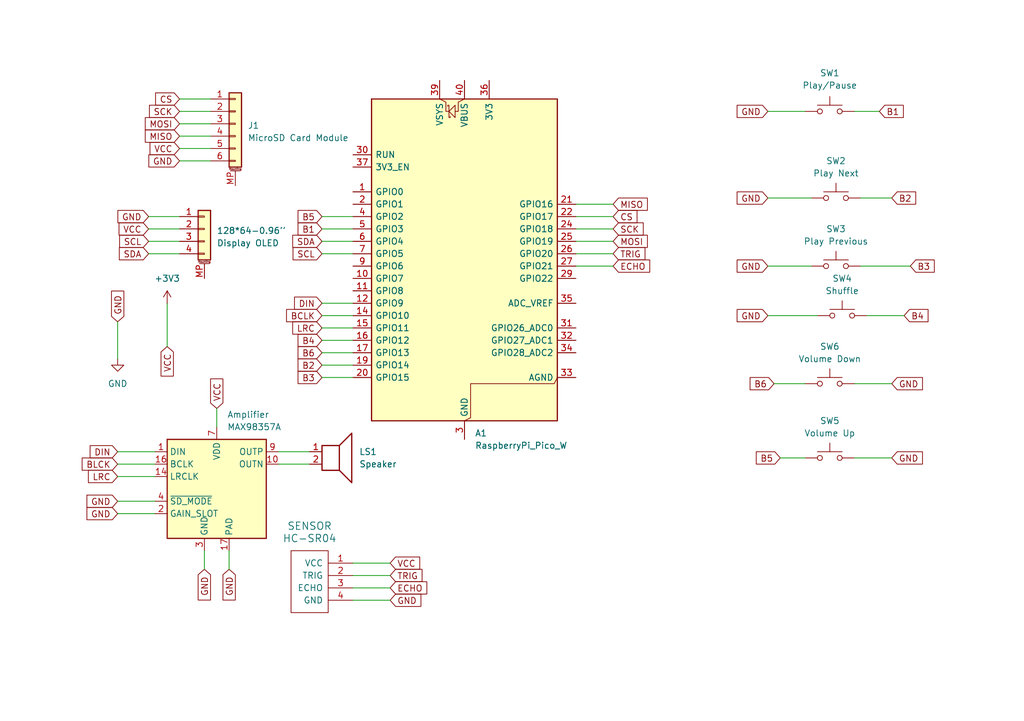
<source format=kicad_sch>
(kicad_sch
	(version 20250114)
	(generator "eeschema")
	(generator_version "9.0")
	(uuid "b9b5d659-5414-4433-9fad-d33056e276b9")
	(paper "A5")
	(lib_symbols
		(symbol "Audio:MAX98357A"
			(exclude_from_sim no)
			(in_bom yes)
			(on_board yes)
			(property "Reference" "U"
				(at -8.89 11.43 0)
				(effects
					(font
						(size 1.27 1.27)
					)
				)
			)
			(property "Value" "MAX98357A"
				(at 10.16 11.43 0)
				(effects
					(font
						(size 1.27 1.27)
					)
				)
			)
			(property "Footprint" "Package_DFN_QFN:TQFN-16-1EP_3x3mm_P0.5mm_EP1.23x1.23mm"
				(at -1.27 -2.54 0)
				(effects
					(font
						(size 1.27 1.27)
					)
					(hide yes)
				)
			)
			(property "Datasheet" "https://www.analog.com/media/en/technical-documentation/data-sheets/MAX98357A-MAX98357B.pdf"
				(at 0 -2.54 0)
				(effects
					(font
						(size 1.27 1.27)
					)
					(hide yes)
				)
			)
			(property "Description" "Mono DAC with amplifier, I2S, PCM, TDM, 32-bit, 96khz, 3.2W, TQFP-16"
				(at 0 0 0)
				(effects
					(font
						(size 1.27 1.27)
					)
					(hide yes)
				)
			)
			(property "ki_keywords" "pcm tdm i2s left-justified amplifier audio dac"
				(at 0 0 0)
				(effects
					(font
						(size 1.27 1.27)
					)
					(hide yes)
				)
			)
			(property "ki_fp_filters" "TQFN*3x3mm*P0.5mm*EP1.23x1.23mm*"
				(at 0 0 0)
				(effects
					(font
						(size 1.27 1.27)
					)
					(hide yes)
				)
			)
			(symbol "MAX98357A_1_1"
				(rectangle
					(start -10.16 10.16)
					(end 10.16 -10.16)
					(stroke
						(width 0.254)
						(type default)
					)
					(fill
						(type background)
					)
				)
				(pin input line
					(at -12.7 7.62 0)
					(length 2.54)
					(name "DIN"
						(effects
							(font
								(size 1.27 1.27)
							)
						)
					)
					(number "1"
						(effects
							(font
								(size 1.27 1.27)
							)
						)
					)
				)
				(pin input line
					(at -12.7 5.08 0)
					(length 2.54)
					(name "BCLK"
						(effects
							(font
								(size 1.27 1.27)
							)
						)
					)
					(number "16"
						(effects
							(font
								(size 1.27 1.27)
							)
						)
					)
				)
				(pin input line
					(at -12.7 2.54 0)
					(length 2.54)
					(name "LRCLK"
						(effects
							(font
								(size 1.27 1.27)
							)
						)
					)
					(number "14"
						(effects
							(font
								(size 1.27 1.27)
							)
						)
					)
				)
				(pin input line
					(at -12.7 -2.54 0)
					(length 2.54)
					(name "~{SD_MODE}"
						(effects
							(font
								(size 1.27 1.27)
							)
						)
					)
					(number "4"
						(effects
							(font
								(size 1.27 1.27)
							)
						)
					)
				)
				(pin passive line
					(at -12.7 -5.08 0)
					(length 2.54)
					(name "GAIN_SLOT"
						(effects
							(font
								(size 1.27 1.27)
							)
						)
					)
					(number "2"
						(effects
							(font
								(size 1.27 1.27)
							)
						)
					)
				)
				(pin passive line
					(at -2.54 -12.7 90)
					(length 2.54)
					(hide yes)
					(name "GND"
						(effects
							(font
								(size 1.27 1.27)
							)
						)
					)
					(number "11"
						(effects
							(font
								(size 1.27 1.27)
							)
						)
					)
				)
				(pin passive line
					(at -2.54 -12.7 90)
					(length 2.54)
					(hide yes)
					(name "GND"
						(effects
							(font
								(size 1.27 1.27)
							)
						)
					)
					(number "15"
						(effects
							(font
								(size 1.27 1.27)
							)
						)
					)
				)
				(pin power_in line
					(at -2.54 -12.7 90)
					(length 2.54)
					(name "GND"
						(effects
							(font
								(size 1.27 1.27)
							)
						)
					)
					(number "3"
						(effects
							(font
								(size 1.27 1.27)
							)
						)
					)
				)
				(pin power_in line
					(at 0 12.7 270)
					(length 2.54)
					(name "VDD"
						(effects
							(font
								(size 1.27 1.27)
							)
						)
					)
					(number "7"
						(effects
							(font
								(size 1.27 1.27)
							)
						)
					)
				)
				(pin passive line
					(at 0 12.7 270)
					(length 2.54)
					(hide yes)
					(name "VDD"
						(effects
							(font
								(size 1.27 1.27)
							)
						)
					)
					(number "8"
						(effects
							(font
								(size 1.27 1.27)
							)
						)
					)
				)
				(pin unspecified line
					(at 2.54 -12.7 90)
					(length 2.54)
					(name "PAD"
						(effects
							(font
								(size 1.27 1.27)
							)
						)
					)
					(number "17"
						(effects
							(font
								(size 1.27 1.27)
							)
						)
					)
				)
				(pin no_connect line
					(at 10.16 2.54 180)
					(length 2.54)
					(hide yes)
					(name "NC"
						(effects
							(font
								(size 1.27 1.27)
							)
						)
					)
					(number "5"
						(effects
							(font
								(size 1.27 1.27)
							)
						)
					)
				)
				(pin no_connect line
					(at 10.16 0 180)
					(length 2.54)
					(hide yes)
					(name "NC"
						(effects
							(font
								(size 1.27 1.27)
							)
						)
					)
					(number "6"
						(effects
							(font
								(size 1.27 1.27)
							)
						)
					)
				)
				(pin no_connect line
					(at 10.16 -5.08 180)
					(length 2.54)
					(hide yes)
					(name "NC"
						(effects
							(font
								(size 1.27 1.27)
							)
						)
					)
					(number "12"
						(effects
							(font
								(size 1.27 1.27)
							)
						)
					)
				)
				(pin no_connect line
					(at 10.16 -7.62 180)
					(length 2.54)
					(hide yes)
					(name "NC"
						(effects
							(font
								(size 1.27 1.27)
							)
						)
					)
					(number "13"
						(effects
							(font
								(size 1.27 1.27)
							)
						)
					)
				)
				(pin output line
					(at 12.7 7.62 180)
					(length 2.54)
					(name "OUTP"
						(effects
							(font
								(size 1.27 1.27)
							)
						)
					)
					(number "9"
						(effects
							(font
								(size 1.27 1.27)
							)
						)
					)
				)
				(pin output line
					(at 12.7 5.08 180)
					(length 2.54)
					(name "OUTN"
						(effects
							(font
								(size 1.27 1.27)
							)
						)
					)
					(number "10"
						(effects
							(font
								(size 1.27 1.27)
							)
						)
					)
				)
			)
			(embedded_fonts no)
		)
		(symbol "Connector_Generic_MountingPin:Conn_01x04_MountingPin"
			(pin_names
				(offset 1.016)
				(hide yes)
			)
			(exclude_from_sim no)
			(in_bom yes)
			(on_board yes)
			(property "Reference" "J"
				(at 0 5.08 0)
				(effects
					(font
						(size 1.27 1.27)
					)
				)
			)
			(property "Value" "Conn_01x04_MountingPin"
				(at 1.27 -7.62 0)
				(effects
					(font
						(size 1.27 1.27)
					)
					(justify left)
				)
			)
			(property "Footprint" ""
				(at 0 0 0)
				(effects
					(font
						(size 1.27 1.27)
					)
					(hide yes)
				)
			)
			(property "Datasheet" "~"
				(at 0 0 0)
				(effects
					(font
						(size 1.27 1.27)
					)
					(hide yes)
				)
			)
			(property "Description" "Generic connectable mounting pin connector, single row, 01x04, script generated (kicad-library-utils/schlib/autogen/connector/)"
				(at 0 0 0)
				(effects
					(font
						(size 1.27 1.27)
					)
					(hide yes)
				)
			)
			(property "ki_keywords" "connector"
				(at 0 0 0)
				(effects
					(font
						(size 1.27 1.27)
					)
					(hide yes)
				)
			)
			(property "ki_fp_filters" "Connector*:*_1x??-1MP*"
				(at 0 0 0)
				(effects
					(font
						(size 1.27 1.27)
					)
					(hide yes)
				)
			)
			(symbol "Conn_01x04_MountingPin_1_1"
				(rectangle
					(start -1.27 3.81)
					(end 1.27 -6.35)
					(stroke
						(width 0.254)
						(type default)
					)
					(fill
						(type background)
					)
				)
				(rectangle
					(start -1.27 2.667)
					(end 0 2.413)
					(stroke
						(width 0.1524)
						(type default)
					)
					(fill
						(type none)
					)
				)
				(rectangle
					(start -1.27 0.127)
					(end 0 -0.127)
					(stroke
						(width 0.1524)
						(type default)
					)
					(fill
						(type none)
					)
				)
				(rectangle
					(start -1.27 -2.413)
					(end 0 -2.667)
					(stroke
						(width 0.1524)
						(type default)
					)
					(fill
						(type none)
					)
				)
				(rectangle
					(start -1.27 -4.953)
					(end 0 -5.207)
					(stroke
						(width 0.1524)
						(type default)
					)
					(fill
						(type none)
					)
				)
				(polyline
					(pts
						(xy -1.016 -7.112) (xy 1.016 -7.112)
					)
					(stroke
						(width 0.1524)
						(type default)
					)
					(fill
						(type none)
					)
				)
				(text "Mounting"
					(at 0 -6.731 0)
					(effects
						(font
							(size 0.381 0.381)
						)
					)
				)
				(pin passive line
					(at -5.08 2.54 0)
					(length 3.81)
					(name "Pin_1"
						(effects
							(font
								(size 1.27 1.27)
							)
						)
					)
					(number "1"
						(effects
							(font
								(size 1.27 1.27)
							)
						)
					)
				)
				(pin passive line
					(at -5.08 0 0)
					(length 3.81)
					(name "Pin_2"
						(effects
							(font
								(size 1.27 1.27)
							)
						)
					)
					(number "2"
						(effects
							(font
								(size 1.27 1.27)
							)
						)
					)
				)
				(pin passive line
					(at -5.08 -2.54 0)
					(length 3.81)
					(name "Pin_3"
						(effects
							(font
								(size 1.27 1.27)
							)
						)
					)
					(number "3"
						(effects
							(font
								(size 1.27 1.27)
							)
						)
					)
				)
				(pin passive line
					(at -5.08 -5.08 0)
					(length 3.81)
					(name "Pin_4"
						(effects
							(font
								(size 1.27 1.27)
							)
						)
					)
					(number "4"
						(effects
							(font
								(size 1.27 1.27)
							)
						)
					)
				)
				(pin passive line
					(at 0 -10.16 90)
					(length 3.048)
					(name "MountPin"
						(effects
							(font
								(size 1.27 1.27)
							)
						)
					)
					(number "MP"
						(effects
							(font
								(size 1.27 1.27)
							)
						)
					)
				)
			)
			(embedded_fonts no)
		)
		(symbol "Connector_Generic_MountingPin:Conn_01x06_MountingPin"
			(pin_names
				(offset 1.016)
				(hide yes)
			)
			(exclude_from_sim no)
			(in_bom yes)
			(on_board yes)
			(property "Reference" "J"
				(at 0 7.62 0)
				(effects
					(font
						(size 1.27 1.27)
					)
				)
			)
			(property "Value" "Conn_01x06_MountingPin"
				(at 1.27 -10.16 0)
				(effects
					(font
						(size 1.27 1.27)
					)
					(justify left)
				)
			)
			(property "Footprint" ""
				(at 0 0 0)
				(effects
					(font
						(size 1.27 1.27)
					)
					(hide yes)
				)
			)
			(property "Datasheet" "~"
				(at 0 0 0)
				(effects
					(font
						(size 1.27 1.27)
					)
					(hide yes)
				)
			)
			(property "Description" "Generic connectable mounting pin connector, single row, 01x06, script generated (kicad-library-utils/schlib/autogen/connector/)"
				(at 0 0 0)
				(effects
					(font
						(size 1.27 1.27)
					)
					(hide yes)
				)
			)
			(property "ki_keywords" "connector"
				(at 0 0 0)
				(effects
					(font
						(size 1.27 1.27)
					)
					(hide yes)
				)
			)
			(property "ki_fp_filters" "Connector*:*_1x??-1MP*"
				(at 0 0 0)
				(effects
					(font
						(size 1.27 1.27)
					)
					(hide yes)
				)
			)
			(symbol "Conn_01x06_MountingPin_1_1"
				(rectangle
					(start -1.27 6.35)
					(end 1.27 -8.89)
					(stroke
						(width 0.254)
						(type default)
					)
					(fill
						(type background)
					)
				)
				(rectangle
					(start -1.27 5.207)
					(end 0 4.953)
					(stroke
						(width 0.1524)
						(type default)
					)
					(fill
						(type none)
					)
				)
				(rectangle
					(start -1.27 2.667)
					(end 0 2.413)
					(stroke
						(width 0.1524)
						(type default)
					)
					(fill
						(type none)
					)
				)
				(rectangle
					(start -1.27 0.127)
					(end 0 -0.127)
					(stroke
						(width 0.1524)
						(type default)
					)
					(fill
						(type none)
					)
				)
				(rectangle
					(start -1.27 -2.413)
					(end 0 -2.667)
					(stroke
						(width 0.1524)
						(type default)
					)
					(fill
						(type none)
					)
				)
				(rectangle
					(start -1.27 -4.953)
					(end 0 -5.207)
					(stroke
						(width 0.1524)
						(type default)
					)
					(fill
						(type none)
					)
				)
				(rectangle
					(start -1.27 -7.493)
					(end 0 -7.747)
					(stroke
						(width 0.1524)
						(type default)
					)
					(fill
						(type none)
					)
				)
				(polyline
					(pts
						(xy -1.016 -9.652) (xy 1.016 -9.652)
					)
					(stroke
						(width 0.1524)
						(type default)
					)
					(fill
						(type none)
					)
				)
				(text "Mounting"
					(at 0 -9.271 0)
					(effects
						(font
							(size 0.381 0.381)
						)
					)
				)
				(pin passive line
					(at -5.08 5.08 0)
					(length 3.81)
					(name "Pin_1"
						(effects
							(font
								(size 1.27 1.27)
							)
						)
					)
					(number "1"
						(effects
							(font
								(size 1.27 1.27)
							)
						)
					)
				)
				(pin passive line
					(at -5.08 2.54 0)
					(length 3.81)
					(name "Pin_2"
						(effects
							(font
								(size 1.27 1.27)
							)
						)
					)
					(number "2"
						(effects
							(font
								(size 1.27 1.27)
							)
						)
					)
				)
				(pin passive line
					(at -5.08 0 0)
					(length 3.81)
					(name "Pin_3"
						(effects
							(font
								(size 1.27 1.27)
							)
						)
					)
					(number "3"
						(effects
							(font
								(size 1.27 1.27)
							)
						)
					)
				)
				(pin passive line
					(at -5.08 -2.54 0)
					(length 3.81)
					(name "Pin_4"
						(effects
							(font
								(size 1.27 1.27)
							)
						)
					)
					(number "4"
						(effects
							(font
								(size 1.27 1.27)
							)
						)
					)
				)
				(pin passive line
					(at -5.08 -5.08 0)
					(length 3.81)
					(name "Pin_5"
						(effects
							(font
								(size 1.27 1.27)
							)
						)
					)
					(number "5"
						(effects
							(font
								(size 1.27 1.27)
							)
						)
					)
				)
				(pin passive line
					(at -5.08 -7.62 0)
					(length 3.81)
					(name "Pin_6"
						(effects
							(font
								(size 1.27 1.27)
							)
						)
					)
					(number "6"
						(effects
							(font
								(size 1.27 1.27)
							)
						)
					)
				)
				(pin passive line
					(at 0 -12.7 90)
					(length 3.048)
					(name "MountPin"
						(effects
							(font
								(size 1.27 1.27)
							)
						)
					)
					(number "MP"
						(effects
							(font
								(size 1.27 1.27)
							)
						)
					)
				)
			)
			(embedded_fonts no)
		)
		(symbol "Device:Speaker"
			(pin_names
				(offset 0)
				(hide yes)
			)
			(exclude_from_sim no)
			(in_bom yes)
			(on_board yes)
			(property "Reference" "LS"
				(at 1.27 5.715 0)
				(effects
					(font
						(size 1.27 1.27)
					)
					(justify right)
				)
			)
			(property "Value" "Speaker"
				(at 1.27 3.81 0)
				(effects
					(font
						(size 1.27 1.27)
					)
					(justify right)
				)
			)
			(property "Footprint" ""
				(at 0 -5.08 0)
				(effects
					(font
						(size 1.27 1.27)
					)
					(hide yes)
				)
			)
			(property "Datasheet" "~"
				(at -0.254 -1.27 0)
				(effects
					(font
						(size 1.27 1.27)
					)
					(hide yes)
				)
			)
			(property "Description" "Speaker"
				(at 0 0 0)
				(effects
					(font
						(size 1.27 1.27)
					)
					(hide yes)
				)
			)
			(property "ki_keywords" "speaker sound"
				(at 0 0 0)
				(effects
					(font
						(size 1.27 1.27)
					)
					(hide yes)
				)
			)
			(symbol "Speaker_0_0"
				(rectangle
					(start -2.54 1.27)
					(end 1.016 -3.81)
					(stroke
						(width 0.254)
						(type default)
					)
					(fill
						(type none)
					)
				)
				(polyline
					(pts
						(xy 1.016 1.27) (xy 3.556 3.81) (xy 3.556 -6.35) (xy 1.016 -3.81)
					)
					(stroke
						(width 0.254)
						(type default)
					)
					(fill
						(type none)
					)
				)
			)
			(symbol "Speaker_1_1"
				(pin input line
					(at -5.08 0 0)
					(length 2.54)
					(name "1"
						(effects
							(font
								(size 1.27 1.27)
							)
						)
					)
					(number "1"
						(effects
							(font
								(size 1.27 1.27)
							)
						)
					)
				)
				(pin input line
					(at -5.08 -2.54 0)
					(length 2.54)
					(name "2"
						(effects
							(font
								(size 1.27 1.27)
							)
						)
					)
					(number "2"
						(effects
							(font
								(size 1.27 1.27)
							)
						)
					)
				)
			)
			(embedded_fonts no)
		)
		(symbol "MCU_Module:RaspberryPi_Pico_W"
			(pin_names
				(offset 0.762)
			)
			(exclude_from_sim no)
			(in_bom yes)
			(on_board yes)
			(property "Reference" "A"
				(at -19.05 35.56 0)
				(effects
					(font
						(size 1.27 1.27)
					)
					(justify left)
				)
			)
			(property "Value" "RaspberryPi_Pico_W"
				(at 7.62 35.56 0)
				(effects
					(font
						(size 1.27 1.27)
					)
					(justify left)
				)
			)
			(property "Footprint" "Module:RaspberryPi_Pico_W_SMD_HandSolder"
				(at 0 -46.99 0)
				(effects
					(font
						(size 1.27 1.27)
					)
					(hide yes)
				)
			)
			(property "Datasheet" "https://datasheets.raspberrypi.com/picow/pico-w-datasheet.pdf"
				(at 0 -49.53 0)
				(effects
					(font
						(size 1.27 1.27)
					)
					(hide yes)
				)
			)
			(property "Description" "Versatile and inexpensive wireless microcontroller module powered by RP2040 dual-core Arm Cortex-M0+ processor up to 133 MHz, 264kB SRAM, 2MB QSPI flash, Infineon CYW43439 2.4GHz 802.11n wireless LAN; also supports Raspberry Pi Pico 2 W"
				(at 0 -52.07 0)
				(effects
					(font
						(size 1.27 1.27)
					)
					(hide yes)
				)
			)
			(property "ki_keywords" "RP2350A M33 RISC-V Hazard3 usb wifi bluetooth"
				(at 0 0 0)
				(effects
					(font
						(size 1.27 1.27)
					)
					(hide yes)
				)
			)
			(property "ki_fp_filters" "RaspberryPi?Pico?Common* RaspberryPi?Pico?W?SMD*"
				(at 0 0 0)
				(effects
					(font
						(size 1.27 1.27)
					)
					(hide yes)
				)
			)
			(symbol "RaspberryPi_Pico_W_0_1"
				(rectangle
					(start -19.05 34.29)
					(end 19.05 -31.75)
					(stroke
						(width 0.254)
						(type default)
					)
					(fill
						(type background)
					)
				)
				(polyline
					(pts
						(xy -5.08 34.29) (xy -3.81 33.655) (xy -3.81 31.75) (xy -3.175 31.75)
					)
					(stroke
						(width 0)
						(type default)
					)
					(fill
						(type none)
					)
				)
				(polyline
					(pts
						(xy -3.429 32.766) (xy -3.429 33.02) (xy -3.175 33.02) (xy -3.175 30.48) (xy -2.921 30.48) (xy -2.921 30.734)
					)
					(stroke
						(width 0)
						(type default)
					)
					(fill
						(type none)
					)
				)
				(polyline
					(pts
						(xy -3.175 31.75) (xy -1.905 33.02) (xy -1.905 30.48) (xy -3.175 31.75)
					)
					(stroke
						(width 0)
						(type default)
					)
					(fill
						(type none)
					)
				)
				(polyline
					(pts
						(xy 0 34.29) (xy -1.27 33.655) (xy -1.27 31.75) (xy -1.905 31.75)
					)
					(stroke
						(width 0)
						(type default)
					)
					(fill
						(type none)
					)
				)
				(polyline
					(pts
						(xy 0 -31.75) (xy 1.27 -31.115) (xy 1.27 -24.13) (xy 18.415 -24.13) (xy 19.05 -22.86)
					)
					(stroke
						(width 0)
						(type default)
					)
					(fill
						(type none)
					)
				)
			)
			(symbol "RaspberryPi_Pico_W_1_1"
				(pin passive line
					(at -22.86 22.86 0)
					(length 3.81)
					(name "RUN"
						(effects
							(font
								(size 1.27 1.27)
							)
						)
					)
					(number "30"
						(effects
							(font
								(size 1.27 1.27)
							)
						)
					)
					(alternate "~{RESET}" passive line)
				)
				(pin passive line
					(at -22.86 20.32 0)
					(length 3.81)
					(name "3V3_EN"
						(effects
							(font
								(size 1.27 1.27)
							)
						)
					)
					(number "37"
						(effects
							(font
								(size 1.27 1.27)
							)
						)
					)
					(alternate "~{3V3_DISABLE}" passive line)
				)
				(pin bidirectional line
					(at -22.86 15.24 0)
					(length 3.81)
					(name "GPIO0"
						(effects
							(font
								(size 1.27 1.27)
							)
						)
					)
					(number "1"
						(effects
							(font
								(size 1.27 1.27)
							)
						)
					)
					(alternate "I2C0_SDA" bidirectional line)
					(alternate "PWM0_A" output line)
					(alternate "SPI0_RX" input line)
					(alternate "UART0_TX" output line)
					(alternate "USB_OVCUR_DET" input line)
				)
				(pin bidirectional line
					(at -22.86 12.7 0)
					(length 3.81)
					(name "GPIO1"
						(effects
							(font
								(size 1.27 1.27)
							)
						)
					)
					(number "2"
						(effects
							(font
								(size 1.27 1.27)
							)
						)
					)
					(alternate "I2C0_SCL" bidirectional clock)
					(alternate "PWM0_B" bidirectional line)
					(alternate "UART0_RX" input line)
					(alternate "USB_VBUS_DET" passive line)
					(alternate "~{SPI0_CSn}" bidirectional line)
				)
				(pin bidirectional line
					(at -22.86 10.16 0)
					(length 3.81)
					(name "GPIO2"
						(effects
							(font
								(size 1.27 1.27)
							)
						)
					)
					(number "4"
						(effects
							(font
								(size 1.27 1.27)
							)
						)
					)
					(alternate "I2C1_SDA" bidirectional line)
					(alternate "PWM1_A" output line)
					(alternate "SPI0_SCK" bidirectional clock)
					(alternate "UART0_CTS" input line)
					(alternate "USB_VBUS_EN" output line)
				)
				(pin bidirectional line
					(at -22.86 7.62 0)
					(length 3.81)
					(name "GPIO3"
						(effects
							(font
								(size 1.27 1.27)
							)
						)
					)
					(number "5"
						(effects
							(font
								(size 1.27 1.27)
							)
						)
					)
					(alternate "I2C1_SCL" bidirectional clock)
					(alternate "PWM1_B" bidirectional line)
					(alternate "SPI0_TX" output line)
					(alternate "UART0_RTS" output line)
					(alternate "USB_OVCUR_DET" input line)
				)
				(pin bidirectional line
					(at -22.86 5.08 0)
					(length 3.81)
					(name "GPIO4"
						(effects
							(font
								(size 1.27 1.27)
							)
						)
					)
					(number "6"
						(effects
							(font
								(size 1.27 1.27)
							)
						)
					)
					(alternate "I2C0_SDA" bidirectional line)
					(alternate "PWM2_A" output line)
					(alternate "SPI0_RX" input line)
					(alternate "UART1_TX" output line)
					(alternate "USB_VBUS_DET" input line)
				)
				(pin bidirectional line
					(at -22.86 2.54 0)
					(length 3.81)
					(name "GPIO5"
						(effects
							(font
								(size 1.27 1.27)
							)
						)
					)
					(number "7"
						(effects
							(font
								(size 1.27 1.27)
							)
						)
					)
					(alternate "I2C0_SCL" bidirectional clock)
					(alternate "PWM2_B" bidirectional line)
					(alternate "UART1_RX" input line)
					(alternate "USB_VBUS_EN" output line)
					(alternate "~{SPI0_CSn}" bidirectional line)
				)
				(pin bidirectional line
					(at -22.86 0 0)
					(length 3.81)
					(name "GPIO6"
						(effects
							(font
								(size 1.27 1.27)
							)
						)
					)
					(number "9"
						(effects
							(font
								(size 1.27 1.27)
							)
						)
					)
					(alternate "I2C1_SDA" bidirectional line)
					(alternate "PWM3_A" output line)
					(alternate "SPI0_SCK" bidirectional clock)
					(alternate "UART1_CTS" input line)
					(alternate "USB_OVCUR_DET" input line)
				)
				(pin bidirectional line
					(at -22.86 -2.54 0)
					(length 3.81)
					(name "GPIO7"
						(effects
							(font
								(size 1.27 1.27)
							)
						)
					)
					(number "10"
						(effects
							(font
								(size 1.27 1.27)
							)
						)
					)
					(alternate "I2C1_SCL" bidirectional clock)
					(alternate "PWM3_B" bidirectional line)
					(alternate "SPI0_TX" output line)
					(alternate "UART1_RTS" output line)
					(alternate "USB_VBUS_DET" input line)
				)
				(pin bidirectional line
					(at -22.86 -5.08 0)
					(length 3.81)
					(name "GPIO8"
						(effects
							(font
								(size 1.27 1.27)
							)
						)
					)
					(number "11"
						(effects
							(font
								(size 1.27 1.27)
							)
						)
					)
					(alternate "I2C0_SDA" bidirectional line)
					(alternate "PWM4_A" output line)
					(alternate "SPI1_RX" input line)
					(alternate "UART1_TX" output line)
					(alternate "USB_VBUS_EN" output line)
				)
				(pin bidirectional line
					(at -22.86 -7.62 0)
					(length 3.81)
					(name "GPIO9"
						(effects
							(font
								(size 1.27 1.27)
							)
						)
					)
					(number "12"
						(effects
							(font
								(size 1.27 1.27)
							)
						)
					)
					(alternate "I2C0_SCL" bidirectional clock)
					(alternate "PWM4_B" bidirectional line)
					(alternate "UART1_RX" input line)
					(alternate "USB_OVCUR_DET" input line)
					(alternate "~{SPI1_CSn}" bidirectional line)
				)
				(pin bidirectional line
					(at -22.86 -10.16 0)
					(length 3.81)
					(name "GPIO10"
						(effects
							(font
								(size 1.27 1.27)
							)
						)
					)
					(number "14"
						(effects
							(font
								(size 1.27 1.27)
							)
						)
					)
					(alternate "I2C1_SDA" bidirectional line)
					(alternate "PWM5_A" output line)
					(alternate "SPI1_SCK" bidirectional clock)
					(alternate "UART1_CTS" input line)
					(alternate "USB_VBUS_DET" input line)
				)
				(pin bidirectional line
					(at -22.86 -12.7 0)
					(length 3.81)
					(name "GPIO11"
						(effects
							(font
								(size 1.27 1.27)
							)
						)
					)
					(number "15"
						(effects
							(font
								(size 1.27 1.27)
							)
						)
					)
					(alternate "I2C1_SCL" bidirectional clock)
					(alternate "PWM5_B" bidirectional line)
					(alternate "SPI1_TX" output line)
					(alternate "UART1_RTS" output line)
					(alternate "USB_VBUS_EN" output line)
				)
				(pin bidirectional line
					(at -22.86 -15.24 0)
					(length 3.81)
					(name "GPIO12"
						(effects
							(font
								(size 1.27 1.27)
							)
						)
					)
					(number "16"
						(effects
							(font
								(size 1.27 1.27)
							)
						)
					)
					(alternate "I2C0_SDA" bidirectional line)
					(alternate "PWM6_A" output line)
					(alternate "SPI1_RX" input line)
					(alternate "UART0_TX" output line)
					(alternate "USB_OVCUR_DET" input line)
				)
				(pin bidirectional line
					(at -22.86 -17.78 0)
					(length 3.81)
					(name "GPIO13"
						(effects
							(font
								(size 1.27 1.27)
							)
						)
					)
					(number "17"
						(effects
							(font
								(size 1.27 1.27)
							)
						)
					)
					(alternate "I2C0_SCL" bidirectional clock)
					(alternate "PWM6_B" bidirectional line)
					(alternate "UART0_RX" input line)
					(alternate "USB_VBUS_DET" input line)
					(alternate "~{SPI1_CSn}" bidirectional line)
				)
				(pin bidirectional line
					(at -22.86 -20.32 0)
					(length 3.81)
					(name "GPIO14"
						(effects
							(font
								(size 1.27 1.27)
							)
						)
					)
					(number "19"
						(effects
							(font
								(size 1.27 1.27)
							)
						)
					)
					(alternate "I2C1_SDA" bidirectional line)
					(alternate "PWM7_A" output line)
					(alternate "SPI1_SCK" bidirectional clock)
					(alternate "UART0_CTS" input line)
					(alternate "USB_VBUS_EN" output line)
				)
				(pin bidirectional line
					(at -22.86 -22.86 0)
					(length 3.81)
					(name "GPIO15"
						(effects
							(font
								(size 1.27 1.27)
							)
						)
					)
					(number "20"
						(effects
							(font
								(size 1.27 1.27)
							)
						)
					)
					(alternate "I2C1_SCL" bidirectional clock)
					(alternate "PWM7_B" bidirectional line)
					(alternate "SPI1_TX" output line)
					(alternate "UART0_RTS" output line)
					(alternate "USB_OVCUR_DET" input line)
				)
				(pin power_in line
					(at -5.08 38.1 270)
					(length 3.81)
					(name "VSYS"
						(effects
							(font
								(size 1.27 1.27)
							)
						)
					)
					(number "39"
						(effects
							(font
								(size 1.27 1.27)
							)
						)
					)
					(alternate "VSYS_OUT" power_out line)
				)
				(pin power_out line
					(at 0 38.1 270)
					(length 3.81)
					(name "VBUS"
						(effects
							(font
								(size 1.27 1.27)
							)
						)
					)
					(number "40"
						(effects
							(font
								(size 1.27 1.27)
							)
						)
					)
					(alternate "VBUS_IN" power_in line)
				)
				(pin passive line
					(at 0 -35.56 90)
					(length 3.81)
					(hide yes)
					(name "GND"
						(effects
							(font
								(size 1.27 1.27)
							)
						)
					)
					(number "13"
						(effects
							(font
								(size 1.27 1.27)
							)
						)
					)
				)
				(pin passive line
					(at 0 -35.56 90)
					(length 3.81)
					(hide yes)
					(name "GND"
						(effects
							(font
								(size 1.27 1.27)
							)
						)
					)
					(number "18"
						(effects
							(font
								(size 1.27 1.27)
							)
						)
					)
				)
				(pin passive line
					(at 0 -35.56 90)
					(length 3.81)
					(hide yes)
					(name "GND"
						(effects
							(font
								(size 1.27 1.27)
							)
						)
					)
					(number "23"
						(effects
							(font
								(size 1.27 1.27)
							)
						)
					)
				)
				(pin passive line
					(at 0 -35.56 90)
					(length 3.81)
					(hide yes)
					(name "GND"
						(effects
							(font
								(size 1.27 1.27)
							)
						)
					)
					(number "28"
						(effects
							(font
								(size 1.27 1.27)
							)
						)
					)
				)
				(pin power_out line
					(at 0 -35.56 90)
					(length 3.81)
					(name "GND"
						(effects
							(font
								(size 1.27 1.27)
							)
						)
					)
					(number "3"
						(effects
							(font
								(size 1.27 1.27)
							)
						)
					)
					(alternate "GND_IN" power_in line)
				)
				(pin passive line
					(at 0 -35.56 90)
					(length 3.81)
					(hide yes)
					(name "GND"
						(effects
							(font
								(size 1.27 1.27)
							)
						)
					)
					(number "38"
						(effects
							(font
								(size 1.27 1.27)
							)
						)
					)
				)
				(pin passive line
					(at 0 -35.56 90)
					(length 3.81)
					(hide yes)
					(name "GND"
						(effects
							(font
								(size 1.27 1.27)
							)
						)
					)
					(number "8"
						(effects
							(font
								(size 1.27 1.27)
							)
						)
					)
				)
				(pin power_out line
					(at 5.08 38.1 270)
					(length 3.81)
					(name "3V3"
						(effects
							(font
								(size 1.27 1.27)
							)
						)
					)
					(number "36"
						(effects
							(font
								(size 1.27 1.27)
							)
						)
					)
				)
				(pin bidirectional line
					(at 22.86 12.7 180)
					(length 3.81)
					(name "GPIO16"
						(effects
							(font
								(size 1.27 1.27)
							)
						)
					)
					(number "21"
						(effects
							(font
								(size 1.27 1.27)
							)
						)
					)
					(alternate "I2C0_SDA" bidirectional line)
					(alternate "PWM0_A" output line)
					(alternate "SPI0_RX" input line)
					(alternate "UART0_TX" output line)
					(alternate "USB_VBUS_DET" input line)
				)
				(pin bidirectional line
					(at 22.86 10.16 180)
					(length 3.81)
					(name "GPIO17"
						(effects
							(font
								(size 1.27 1.27)
							)
						)
					)
					(number "22"
						(effects
							(font
								(size 1.27 1.27)
							)
						)
					)
					(alternate "I2C0_SCL" bidirectional clock)
					(alternate "PWM0_B" bidirectional line)
					(alternate "UART0_RX" input line)
					(alternate "USB_VBUS_EN" output line)
					(alternate "~{SPI0_CSn}" bidirectional line)
				)
				(pin bidirectional line
					(at 22.86 7.62 180)
					(length 3.81)
					(name "GPIO18"
						(effects
							(font
								(size 1.27 1.27)
							)
						)
					)
					(number "24"
						(effects
							(font
								(size 1.27 1.27)
							)
						)
					)
					(alternate "I2C1_SDA" bidirectional line)
					(alternate "PWM1_A" output line)
					(alternate "SPI0_SCK" bidirectional clock)
					(alternate "UART0_CTS" input line)
					(alternate "USB_OVCUR_DET" input line)
				)
				(pin bidirectional line
					(at 22.86 5.08 180)
					(length 3.81)
					(name "GPIO19"
						(effects
							(font
								(size 1.27 1.27)
							)
						)
					)
					(number "25"
						(effects
							(font
								(size 1.27 1.27)
							)
						)
					)
					(alternate "I2C1_SCL" bidirectional clock)
					(alternate "PWM1_B" bidirectional line)
					(alternate "SPI0_TX" output line)
					(alternate "UART0_RTS" output line)
					(alternate "USB_VBUS_DET" input line)
				)
				(pin bidirectional line
					(at 22.86 2.54 180)
					(length 3.81)
					(name "GPIO20"
						(effects
							(font
								(size 1.27 1.27)
							)
						)
					)
					(number "26"
						(effects
							(font
								(size 1.27 1.27)
							)
						)
					)
					(alternate "CLOCK_GPIN0" input clock)
					(alternate "I2C0_SDA" bidirectional line)
					(alternate "PWM2_A" output line)
					(alternate "SPI0_RX" input line)
					(alternate "UART1_TX" output line)
					(alternate "USB_VBUS_EN" output line)
				)
				(pin bidirectional line
					(at 22.86 0 180)
					(length 3.81)
					(name "GPIO21"
						(effects
							(font
								(size 1.27 1.27)
							)
						)
					)
					(number "27"
						(effects
							(font
								(size 1.27 1.27)
							)
						)
					)
					(alternate "CLOCK_GPOUT0" output clock)
					(alternate "I2C0_SCL" bidirectional clock)
					(alternate "PWM2_B" bidirectional line)
					(alternate "UART1_RX" input line)
					(alternate "USB_OVCUR_DET" input line)
					(alternate "~{SPI0_CSn}" bidirectional line)
				)
				(pin bidirectional line
					(at 22.86 -2.54 180)
					(length 3.81)
					(name "GPIO22"
						(effects
							(font
								(size 1.27 1.27)
							)
						)
					)
					(number "29"
						(effects
							(font
								(size 1.27 1.27)
							)
						)
					)
					(alternate "CLOCK_GPIN1" input clock)
					(alternate "I2C1_SDA" bidirectional line)
					(alternate "PWM3_A" output line)
					(alternate "SPI0_SCK" bidirectional clock)
					(alternate "UART1_CTS" input line)
					(alternate "USB_VBUS_DET" input line)
				)
				(pin power_in line
					(at 22.86 -7.62 180)
					(length 3.81)
					(name "ADC_VREF"
						(effects
							(font
								(size 1.27 1.27)
							)
						)
					)
					(number "35"
						(effects
							(font
								(size 1.27 1.27)
							)
						)
					)
				)
				(pin bidirectional line
					(at 22.86 -12.7 180)
					(length 3.81)
					(name "GPIO26_ADC0"
						(effects
							(font
								(size 1.27 1.27)
							)
						)
					)
					(number "31"
						(effects
							(font
								(size 1.27 1.27)
							)
						)
					)
					(alternate "ADC0" input line)
					(alternate "GPIO26" bidirectional line)
					(alternate "I2C1_SDA" bidirectional line)
					(alternate "PWM5_A" output line)
					(alternate "SPI1_SCK" bidirectional clock)
					(alternate "UART1_CTS" input line)
					(alternate "USB_VBUS_EN" output line)
				)
				(pin bidirectional line
					(at 22.86 -15.24 180)
					(length 3.81)
					(name "GPIO27_ADC1"
						(effects
							(font
								(size 1.27 1.27)
							)
						)
					)
					(number "32"
						(effects
							(font
								(size 1.27 1.27)
							)
						)
					)
					(alternate "ADC1" input line)
					(alternate "GPIO27" bidirectional line)
					(alternate "I2C1_SCL" bidirectional clock)
					(alternate "PWM5_B" bidirectional line)
					(alternate "SPI1_TX" output line)
					(alternate "UART1_RTS" output line)
					(alternate "USB_OVCUR_DET" input line)
				)
				(pin bidirectional line
					(at 22.86 -17.78 180)
					(length 3.81)
					(name "GPIO28_ADC2"
						(effects
							(font
								(size 1.27 1.27)
							)
						)
					)
					(number "34"
						(effects
							(font
								(size 1.27 1.27)
							)
						)
					)
					(alternate "ADC2" input line)
					(alternate "GPIO28" bidirectional line)
					(alternate "I2C0_SDA" bidirectional line)
					(alternate "PWM6_A" output line)
					(alternate "SPI1_RX" input line)
					(alternate "UART0_TX" output line)
					(alternate "USB_VBUS_DET" input line)
				)
				(pin power_out line
					(at 22.86 -22.86 180)
					(length 3.81)
					(name "AGND"
						(effects
							(font
								(size 1.27 1.27)
							)
						)
					)
					(number "33"
						(effects
							(font
								(size 1.27 1.27)
							)
						)
					)
					(alternate "GND" passive line)
				)
			)
			(embedded_fonts no)
		)
		(symbol "Switch:SW_Push"
			(pin_numbers
				(hide yes)
			)
			(pin_names
				(offset 1.016)
				(hide yes)
			)
			(exclude_from_sim no)
			(in_bom yes)
			(on_board yes)
			(property "Reference" "SW"
				(at 1.27 2.54 0)
				(effects
					(font
						(size 1.27 1.27)
					)
					(justify left)
				)
			)
			(property "Value" "SW_Push"
				(at 0 -1.524 0)
				(effects
					(font
						(size 1.27 1.27)
					)
				)
			)
			(property "Footprint" ""
				(at 0 5.08 0)
				(effects
					(font
						(size 1.27 1.27)
					)
					(hide yes)
				)
			)
			(property "Datasheet" "~"
				(at 0 5.08 0)
				(effects
					(font
						(size 1.27 1.27)
					)
					(hide yes)
				)
			)
			(property "Description" "Push button switch, generic, two pins"
				(at 0 0 0)
				(effects
					(font
						(size 1.27 1.27)
					)
					(hide yes)
				)
			)
			(property "ki_keywords" "switch normally-open pushbutton push-button"
				(at 0 0 0)
				(effects
					(font
						(size 1.27 1.27)
					)
					(hide yes)
				)
			)
			(symbol "SW_Push_0_1"
				(circle
					(center -2.032 0)
					(radius 0.508)
					(stroke
						(width 0)
						(type default)
					)
					(fill
						(type none)
					)
				)
				(polyline
					(pts
						(xy 0 1.27) (xy 0 3.048)
					)
					(stroke
						(width 0)
						(type default)
					)
					(fill
						(type none)
					)
				)
				(circle
					(center 2.032 0)
					(radius 0.508)
					(stroke
						(width 0)
						(type default)
					)
					(fill
						(type none)
					)
				)
				(polyline
					(pts
						(xy 2.54 1.27) (xy -2.54 1.27)
					)
					(stroke
						(width 0)
						(type default)
					)
					(fill
						(type none)
					)
				)
				(pin passive line
					(at -5.08 0 0)
					(length 2.54)
					(name "1"
						(effects
							(font
								(size 1.27 1.27)
							)
						)
					)
					(number "1"
						(effects
							(font
								(size 1.27 1.27)
							)
						)
					)
				)
				(pin passive line
					(at 5.08 0 180)
					(length 2.54)
					(name "2"
						(effects
							(font
								(size 1.27 1.27)
							)
						)
					)
					(number "2"
						(effects
							(font
								(size 1.27 1.27)
							)
						)
					)
				)
			)
			(embedded_fonts no)
		)
		(symbol "hc-sr04:HC-SR04"
			(pin_names
				(offset 1.016)
			)
			(exclude_from_sim no)
			(in_bom yes)
			(on_board yes)
			(property "Reference" "U"
				(at -6.35 -7.62 0)
				(effects
					(font
						(size 1.524 1.524)
					)
				)
			)
			(property "Value" "HC-SR04"
				(at -2.54 7.62 0)
				(effects
					(font
						(size 1.524 1.524)
					)
				)
			)
			(property "Footprint" ""
				(at 0 0 0)
				(effects
					(font
						(size 1.524 1.524)
					)
				)
			)
			(property "Datasheet" ""
				(at 0 0 0)
				(effects
					(font
						(size 1.524 1.524)
					)
				)
			)
			(property "Description" ""
				(at 0 0 0)
				(effects
					(font
						(size 1.27 1.27)
					)
					(hide yes)
				)
			)
			(symbol "HC-SR04_0_1"
				(rectangle
					(start 0 6.35)
					(end -7.62 -6.35)
					(stroke
						(width 0)
						(type solid)
					)
					(fill
						(type none)
					)
				)
			)
			(symbol "HC-SR04_1_1"
				(pin input line
					(at 5.08 3.81 180)
					(length 5.08)
					(name "VCC"
						(effects
							(font
								(size 1.27 1.27)
							)
						)
					)
					(number "1"
						(effects
							(font
								(size 1.27 1.27)
							)
						)
					)
				)
				(pin input line
					(at 5.08 1.27 180)
					(length 5.08)
					(name "TRIG"
						(effects
							(font
								(size 1.27 1.27)
							)
						)
					)
					(number "2"
						(effects
							(font
								(size 1.27 1.27)
							)
						)
					)
				)
				(pin input line
					(at 5.08 -1.27 180)
					(length 5.08)
					(name "ECHO"
						(effects
							(font
								(size 1.27 1.27)
							)
						)
					)
					(number "3"
						(effects
							(font
								(size 1.27 1.27)
							)
						)
					)
				)
				(pin input line
					(at 5.08 -3.81 180)
					(length 5.08)
					(name "GND"
						(effects
							(font
								(size 1.27 1.27)
							)
						)
					)
					(number "4"
						(effects
							(font
								(size 1.27 1.27)
							)
						)
					)
				)
			)
			(embedded_fonts no)
		)
		(symbol "power:+3V3"
			(power)
			(pin_numbers
				(hide yes)
			)
			(pin_names
				(offset 0)
				(hide yes)
			)
			(exclude_from_sim no)
			(in_bom yes)
			(on_board yes)
			(property "Reference" "#PWR"
				(at 0 -3.81 0)
				(effects
					(font
						(size 1.27 1.27)
					)
					(hide yes)
				)
			)
			(property "Value" "+3V3"
				(at 0 3.556 0)
				(effects
					(font
						(size 1.27 1.27)
					)
				)
			)
			(property "Footprint" ""
				(at 0 0 0)
				(effects
					(font
						(size 1.27 1.27)
					)
					(hide yes)
				)
			)
			(property "Datasheet" ""
				(at 0 0 0)
				(effects
					(font
						(size 1.27 1.27)
					)
					(hide yes)
				)
			)
			(property "Description" "Power symbol creates a global label with name \"+3V3\""
				(at 0 0 0)
				(effects
					(font
						(size 1.27 1.27)
					)
					(hide yes)
				)
			)
			(property "ki_keywords" "global power"
				(at 0 0 0)
				(effects
					(font
						(size 1.27 1.27)
					)
					(hide yes)
				)
			)
			(symbol "+3V3_0_1"
				(polyline
					(pts
						(xy -0.762 1.27) (xy 0 2.54)
					)
					(stroke
						(width 0)
						(type default)
					)
					(fill
						(type none)
					)
				)
				(polyline
					(pts
						(xy 0 2.54) (xy 0.762 1.27)
					)
					(stroke
						(width 0)
						(type default)
					)
					(fill
						(type none)
					)
				)
				(polyline
					(pts
						(xy 0 0) (xy 0 2.54)
					)
					(stroke
						(width 0)
						(type default)
					)
					(fill
						(type none)
					)
				)
			)
			(symbol "+3V3_1_1"
				(pin power_in line
					(at 0 0 90)
					(length 0)
					(name "~"
						(effects
							(font
								(size 1.27 1.27)
							)
						)
					)
					(number "1"
						(effects
							(font
								(size 1.27 1.27)
							)
						)
					)
				)
			)
			(embedded_fonts no)
		)
		(symbol "power:GND"
			(power)
			(pin_numbers
				(hide yes)
			)
			(pin_names
				(offset 0)
				(hide yes)
			)
			(exclude_from_sim no)
			(in_bom yes)
			(on_board yes)
			(property "Reference" "#PWR"
				(at 0 -6.35 0)
				(effects
					(font
						(size 1.27 1.27)
					)
					(hide yes)
				)
			)
			(property "Value" "GND"
				(at 0 -3.81 0)
				(effects
					(font
						(size 1.27 1.27)
					)
				)
			)
			(property "Footprint" ""
				(at 0 0 0)
				(effects
					(font
						(size 1.27 1.27)
					)
					(hide yes)
				)
			)
			(property "Datasheet" ""
				(at 0 0 0)
				(effects
					(font
						(size 1.27 1.27)
					)
					(hide yes)
				)
			)
			(property "Description" "Power symbol creates a global label with name \"GND\" , ground"
				(at 0 0 0)
				(effects
					(font
						(size 1.27 1.27)
					)
					(hide yes)
				)
			)
			(property "ki_keywords" "global power"
				(at 0 0 0)
				(effects
					(font
						(size 1.27 1.27)
					)
					(hide yes)
				)
			)
			(symbol "GND_0_1"
				(polyline
					(pts
						(xy 0 0) (xy 0 -1.27) (xy 1.27 -1.27) (xy 0 -2.54) (xy -1.27 -1.27) (xy 0 -1.27)
					)
					(stroke
						(width 0)
						(type default)
					)
					(fill
						(type none)
					)
				)
			)
			(symbol "GND_1_1"
				(pin power_in line
					(at 0 0 270)
					(length 0)
					(name "~"
						(effects
							(font
								(size 1.27 1.27)
							)
						)
					)
					(number "1"
						(effects
							(font
								(size 1.27 1.27)
							)
						)
					)
				)
			)
			(embedded_fonts no)
		)
	)
	(wire
		(pts
			(xy 72.39 123.19) (xy 80.01 123.19)
		)
		(stroke
			(width 0)
			(type default)
		)
		(uuid "0aa75986-f361-485a-847e-9cd8c8c65fa4")
	)
	(wire
		(pts
			(xy 36.83 25.4) (xy 43.18 25.4)
		)
		(stroke
			(width 0)
			(type default)
		)
		(uuid "0beccb73-a249-4dd4-aedf-7492e3515923")
	)
	(wire
		(pts
			(xy 66.04 72.39) (xy 72.39 72.39)
		)
		(stroke
			(width 0)
			(type default)
		)
		(uuid "0eea8dc7-70bd-4ae4-a06b-0135b564c2d7")
	)
	(wire
		(pts
			(xy 66.04 74.93) (xy 72.39 74.93)
		)
		(stroke
			(width 0)
			(type default)
		)
		(uuid "0f9afebb-af56-4c1f-bb13-76c201c299ea")
	)
	(wire
		(pts
			(xy 30.48 44.45) (xy 36.83 44.45)
		)
		(stroke
			(width 0)
			(type default)
		)
		(uuid "0fe969d6-5896-439f-905f-69f864625aa8")
	)
	(wire
		(pts
			(xy 30.48 52.07) (xy 36.83 52.07)
		)
		(stroke
			(width 0)
			(type default)
		)
		(uuid "1143446a-88ee-4af3-a261-72da0c3ea5e3")
	)
	(wire
		(pts
			(xy 180.34 22.86) (xy 175.26 22.86)
		)
		(stroke
			(width 0)
			(type default)
		)
		(uuid "1475d991-31c2-4341-a71e-49fbedc6e66c")
	)
	(wire
		(pts
			(xy 118.11 52.07) (xy 125.73 52.07)
		)
		(stroke
			(width 0)
			(type default)
		)
		(uuid "1624c25c-4581-4286-95ad-ce707952aa75")
	)
	(wire
		(pts
			(xy 41.91 113.03) (xy 41.91 116.84)
		)
		(stroke
			(width 0)
			(type default)
		)
		(uuid "1edd0de6-b613-4c78-83db-d17e97adbe72")
	)
	(wire
		(pts
			(xy 175.26 78.74) (xy 182.88 78.74)
		)
		(stroke
			(width 0)
			(type default)
		)
		(uuid "23028338-1cde-44f7-8c88-9f0b108f7f6d")
	)
	(wire
		(pts
			(xy 157.48 40.64) (xy 166.37 40.64)
		)
		(stroke
			(width 0)
			(type default)
		)
		(uuid "23a2d7a2-aa0e-405f-846d-2d74baaafcf7")
	)
	(wire
		(pts
			(xy 182.88 40.64) (xy 176.53 40.64)
		)
		(stroke
			(width 0)
			(type default)
		)
		(uuid "24a6fb01-8225-4a00-9ff8-ff7df498824f")
	)
	(wire
		(pts
			(xy 66.04 62.23) (xy 72.39 62.23)
		)
		(stroke
			(width 0)
			(type default)
		)
		(uuid "2a0a7bea-b357-41bd-b128-555964afedd7")
	)
	(wire
		(pts
			(xy 157.48 54.61) (xy 166.37 54.61)
		)
		(stroke
			(width 0)
			(type default)
		)
		(uuid "2e7bfcc6-f496-442e-8ca6-8358e7a538e0")
	)
	(wire
		(pts
			(xy 118.11 49.53) (xy 125.73 49.53)
		)
		(stroke
			(width 0)
			(type default)
		)
		(uuid "310f6136-a037-4430-a795-c2fd27a5540b")
	)
	(wire
		(pts
			(xy 157.48 22.86) (xy 165.1 22.86)
		)
		(stroke
			(width 0)
			(type default)
		)
		(uuid "335a75de-76f3-4c27-9112-c3e97b6b7ffd")
	)
	(wire
		(pts
			(xy 176.53 54.61) (xy 186.69 54.61)
		)
		(stroke
			(width 0)
			(type default)
		)
		(uuid "348e4c2c-61fc-457b-abc5-e51b2c42c33a")
	)
	(wire
		(pts
			(xy 175.26 93.98) (xy 182.88 93.98)
		)
		(stroke
			(width 0)
			(type default)
		)
		(uuid "39c85af6-286d-4fe6-ad7b-896901f5416e")
	)
	(wire
		(pts
			(xy 66.04 67.31) (xy 72.39 67.31)
		)
		(stroke
			(width 0)
			(type default)
		)
		(uuid "3f0a68f9-15b9-41e1-be7f-0e803960c9d3")
	)
	(wire
		(pts
			(xy 24.13 105.41) (xy 31.75 105.41)
		)
		(stroke
			(width 0)
			(type default)
		)
		(uuid "4bea711c-be1c-4cc1-ae21-a870042884f7")
	)
	(wire
		(pts
			(xy 160.02 93.98) (xy 165.1 93.98)
		)
		(stroke
			(width 0)
			(type default)
		)
		(uuid "51e97299-ca08-4ef1-a464-ab7e3877bac1")
	)
	(wire
		(pts
			(xy 44.45 83.82) (xy 44.45 87.63)
		)
		(stroke
			(width 0)
			(type default)
		)
		(uuid "52ef2fb1-4458-4df5-92e1-7dbde5fcf336")
	)
	(wire
		(pts
			(xy 66.04 46.99) (xy 72.39 46.99)
		)
		(stroke
			(width 0)
			(type default)
		)
		(uuid "5542fa32-f1f7-4d88-9928-4e84f534651a")
	)
	(wire
		(pts
			(xy 30.48 46.99) (xy 36.83 46.99)
		)
		(stroke
			(width 0)
			(type default)
		)
		(uuid "55c304ef-e53a-4c39-bef9-0122ffc6f539")
	)
	(wire
		(pts
			(xy 66.04 77.47) (xy 72.39 77.47)
		)
		(stroke
			(width 0)
			(type default)
		)
		(uuid "65de66bf-2509-4763-95b1-0ea22e255178")
	)
	(wire
		(pts
			(xy 72.39 118.11) (xy 80.01 118.11)
		)
		(stroke
			(width 0)
			(type default)
		)
		(uuid "73dad575-b08b-4c0e-ab5e-5f31541883a5")
	)
	(wire
		(pts
			(xy 24.13 66.04) (xy 24.13 73.66)
		)
		(stroke
			(width 0)
			(type default)
		)
		(uuid "7fab4bce-ebb4-4fe7-ad89-31c263644d86")
	)
	(wire
		(pts
			(xy 118.11 46.99) (xy 125.73 46.99)
		)
		(stroke
			(width 0)
			(type default)
		)
		(uuid "8914c35b-674a-40b7-87c5-038e3c2b79c5")
	)
	(wire
		(pts
			(xy 24.13 92.71) (xy 31.75 92.71)
		)
		(stroke
			(width 0)
			(type default)
		)
		(uuid "8a003968-851c-429e-8ede-91e664b74e77")
	)
	(wire
		(pts
			(xy 72.39 120.65) (xy 80.01 120.65)
		)
		(stroke
			(width 0)
			(type default)
		)
		(uuid "91702533-8a09-4c1f-a29a-60b3ae9717cf")
	)
	(wire
		(pts
			(xy 118.11 44.45) (xy 125.73 44.45)
		)
		(stroke
			(width 0)
			(type default)
		)
		(uuid "97bc6bf1-8e83-4c35-80be-f2eeea787f48")
	)
	(wire
		(pts
			(xy 34.29 62.23) (xy 34.29 71.12)
		)
		(stroke
			(width 0)
			(type default)
		)
		(uuid "9a470548-9ec2-4c45-9b38-c720fbcb68d7")
	)
	(wire
		(pts
			(xy 36.83 22.86) (xy 43.18 22.86)
		)
		(stroke
			(width 0)
			(type default)
		)
		(uuid "a48c4216-b328-432d-8b27-47a967b0c6eb")
	)
	(wire
		(pts
			(xy 30.48 49.53) (xy 36.83 49.53)
		)
		(stroke
			(width 0)
			(type default)
		)
		(uuid "a656b5d9-8897-4a6e-b962-5771e43a14ca")
	)
	(wire
		(pts
			(xy 66.04 69.85) (xy 72.39 69.85)
		)
		(stroke
			(width 0)
			(type default)
		)
		(uuid "abac6bcc-0eb4-4d01-af6f-20613fbd0c63")
	)
	(wire
		(pts
			(xy 36.83 30.48) (xy 43.18 30.48)
		)
		(stroke
			(width 0)
			(type default)
		)
		(uuid "b04b2173-9420-409d-a3de-5c2fdea3a9ad")
	)
	(wire
		(pts
			(xy 36.83 20.32) (xy 43.18 20.32)
		)
		(stroke
			(width 0)
			(type default)
		)
		(uuid "bdb706ea-2e3e-47b1-aec1-05b4d4ae36ce")
	)
	(wire
		(pts
			(xy 177.8 64.77) (xy 185.42 64.77)
		)
		(stroke
			(width 0)
			(type default)
		)
		(uuid "c6065ef9-3e86-4c8c-ae66-f8b1396796bd")
	)
	(wire
		(pts
			(xy 66.04 52.07) (xy 72.39 52.07)
		)
		(stroke
			(width 0)
			(type default)
		)
		(uuid "cae2bc8a-8f3c-4aad-a4a1-9ec71f832bd5")
	)
	(wire
		(pts
			(xy 158.75 78.74) (xy 165.1 78.74)
		)
		(stroke
			(width 0)
			(type default)
		)
		(uuid "cdd70dfe-71f4-4f6b-b151-37e2470fe44f")
	)
	(wire
		(pts
			(xy 157.48 64.77) (xy 167.64 64.77)
		)
		(stroke
			(width 0)
			(type default)
		)
		(uuid "cfba408b-c54e-47b5-a041-15bb72aad5c6")
	)
	(wire
		(pts
			(xy 36.83 27.94) (xy 43.18 27.94)
		)
		(stroke
			(width 0)
			(type default)
		)
		(uuid "d3ac8f5f-820c-4844-9000-6a4b6e6909eb")
	)
	(wire
		(pts
			(xy 46.99 113.03) (xy 46.99 116.84)
		)
		(stroke
			(width 0)
			(type default)
		)
		(uuid "d75661d4-e43a-4496-b184-2f2d055bffe9")
	)
	(wire
		(pts
			(xy 118.11 41.91) (xy 125.73 41.91)
		)
		(stroke
			(width 0)
			(type default)
		)
		(uuid "e269d8b3-50b7-45f9-980f-a1615a6c8052")
	)
	(wire
		(pts
			(xy 24.13 102.87) (xy 31.75 102.87)
		)
		(stroke
			(width 0)
			(type default)
		)
		(uuid "e57ac27c-2f4b-401a-8f41-77d5b9269c6e")
	)
	(wire
		(pts
			(xy 66.04 64.77) (xy 72.39 64.77)
		)
		(stroke
			(width 0)
			(type default)
		)
		(uuid "e68a05d4-9569-4147-823d-2020c1effae1")
	)
	(wire
		(pts
			(xy 66.04 49.53) (xy 72.39 49.53)
		)
		(stroke
			(width 0)
			(type default)
		)
		(uuid "e69994c4-6d10-49d3-b124-d18b2b644044")
	)
	(wire
		(pts
			(xy 57.15 92.71) (xy 63.5 92.71)
		)
		(stroke
			(width 0)
			(type default)
		)
		(uuid "e7702619-a142-4589-a79d-f38c93652605")
	)
	(wire
		(pts
			(xy 36.83 33.02) (xy 43.18 33.02)
		)
		(stroke
			(width 0)
			(type default)
		)
		(uuid "e7d8d385-708c-4d9a-81b2-152d3c253233")
	)
	(wire
		(pts
			(xy 57.15 95.25) (xy 63.5 95.25)
		)
		(stroke
			(width 0)
			(type default)
		)
		(uuid "efdd796c-c09b-42d0-b685-3997ff1bf3cd")
	)
	(wire
		(pts
			(xy 24.13 97.79) (xy 31.75 97.79)
		)
		(stroke
			(width 0)
			(type default)
		)
		(uuid "f02d644f-8c15-4972-a3e3-f93136d5971c")
	)
	(wire
		(pts
			(xy 66.04 44.45) (xy 72.39 44.45)
		)
		(stroke
			(width 0)
			(type default)
		)
		(uuid "f068dba7-565d-4b5e-b2d3-eff550c0ada5")
	)
	(wire
		(pts
			(xy 118.11 54.61) (xy 125.73 54.61)
		)
		(stroke
			(width 0)
			(type default)
		)
		(uuid "f77134a8-0fdc-4aa5-9ea5-58b7cb471d26")
	)
	(wire
		(pts
			(xy 72.39 115.57) (xy 80.01 115.57)
		)
		(stroke
			(width 0)
			(type default)
		)
		(uuid "fc7ed626-a743-4831-a242-45a1ef98a624")
	)
	(wire
		(pts
			(xy 24.13 95.25) (xy 31.75 95.25)
		)
		(stroke
			(width 0)
			(type default)
		)
		(uuid "ffb4c3b8-495c-4e10-bbeb-7eeec768d90b")
	)
	(global_label "GND"
		(shape input)
		(at 157.48 40.64 180)
		(fields_autoplaced yes)
		(effects
			(font
				(size 1.27 1.27)
			)
			(justify right)
		)
		(uuid "0a6762e7-c6ff-4e3f-b005-b4a070d5a096")
		(property "Intersheetrefs" "${INTERSHEET_REFS}"
			(at 150.6243 40.64 0)
			(effects
				(font
					(size 1.27 1.27)
				)
				(justify right)
				(hide yes)
			)
		)
	)
	(global_label "BLCK"
		(shape input)
		(at 24.13 95.25 180)
		(fields_autoplaced yes)
		(effects
			(font
				(size 1.27 1.27)
			)
			(justify right)
		)
		(uuid "0ba66b20-8de4-4e92-ade5-3d20e4519190")
		(property "Intersheetrefs" "${INTERSHEET_REFS}"
			(at 16.3067 95.25 0)
			(effects
				(font
					(size 1.27 1.27)
				)
				(justify right)
				(hide yes)
			)
		)
	)
	(global_label "GND"
		(shape input)
		(at 41.91 116.84 270)
		(fields_autoplaced yes)
		(effects
			(font
				(size 1.27 1.27)
			)
			(justify right)
		)
		(uuid "11172402-ce62-4d68-b9c3-307f56b30b35")
		(property "Intersheetrefs" "${INTERSHEET_REFS}"
			(at 41.91 123.6957 90)
			(effects
				(font
					(size 1.27 1.27)
				)
				(justify right)
				(hide yes)
			)
		)
	)
	(global_label "B3"
		(shape input)
		(at 66.04 77.47 180)
		(fields_autoplaced yes)
		(effects
			(font
				(size 1.27 1.27)
			)
			(justify right)
		)
		(uuid "1177b3df-2f94-4411-aaad-36f2ee1cf681")
		(property "Intersheetrefs" "${INTERSHEET_REFS}"
			(at 60.5753 77.47 0)
			(effects
				(font
					(size 1.27 1.27)
				)
				(justify right)
				(hide yes)
			)
		)
	)
	(global_label "GND"
		(shape input)
		(at 24.13 105.41 180)
		(fields_autoplaced yes)
		(effects
			(font
				(size 1.27 1.27)
			)
			(justify right)
		)
		(uuid "1448eec0-435b-49a5-8022-aca807fcc4e3")
		(property "Intersheetrefs" "${INTERSHEET_REFS}"
			(at 17.2743 105.41 0)
			(effects
				(font
					(size 1.27 1.27)
				)
				(justify right)
				(hide yes)
			)
		)
	)
	(global_label "B6"
		(shape input)
		(at 66.04 72.39 180)
		(fields_autoplaced yes)
		(effects
			(font
				(size 1.27 1.27)
			)
			(justify right)
		)
		(uuid "16e98e6b-d51d-411c-8192-4abae9af167f")
		(property "Intersheetrefs" "${INTERSHEET_REFS}"
			(at 60.5753 72.39 0)
			(effects
				(font
					(size 1.27 1.27)
				)
				(justify right)
				(hide yes)
			)
		)
	)
	(global_label "B5"
		(shape input)
		(at 66.04 44.45 180)
		(fields_autoplaced yes)
		(effects
			(font
				(size 1.27 1.27)
			)
			(justify right)
		)
		(uuid "1ffaf32a-f53c-4548-9f49-f334537eb099")
		(property "Intersheetrefs" "${INTERSHEET_REFS}"
			(at 60.5753 44.45 0)
			(effects
				(font
					(size 1.27 1.27)
				)
				(justify right)
				(hide yes)
			)
		)
	)
	(global_label "ECHO"
		(shape input)
		(at 80.01 120.65 0)
		(fields_autoplaced yes)
		(effects
			(font
				(size 1.27 1.27)
			)
			(justify left)
		)
		(uuid "2463631f-ca00-4411-99fe-98248c93cf85")
		(property "Intersheetrefs" "${INTERSHEET_REFS}"
			(at 88.0752 120.65 0)
			(effects
				(font
					(size 1.27 1.27)
				)
				(justify left)
				(hide yes)
			)
		)
	)
	(global_label "DIN"
		(shape input)
		(at 66.04 62.23 180)
		(fields_autoplaced yes)
		(effects
			(font
				(size 1.27 1.27)
			)
			(justify right)
		)
		(uuid "25be9b51-6ddc-4f35-a532-b4a476e186ce")
		(property "Intersheetrefs" "${INTERSHEET_REFS}"
			(at 59.8495 62.23 0)
			(effects
				(font
					(size 1.27 1.27)
				)
				(justify right)
				(hide yes)
			)
		)
	)
	(global_label "BCLK"
		(shape input)
		(at 66.04 64.77 180)
		(fields_autoplaced yes)
		(effects
			(font
				(size 1.27 1.27)
			)
			(justify right)
		)
		(uuid "28be00ab-e4c3-4dc1-82fb-16a3c5348c84")
		(property "Intersheetrefs" "${INTERSHEET_REFS}"
			(at 58.2167 64.77 0)
			(effects
				(font
					(size 1.27 1.27)
				)
				(justify right)
				(hide yes)
			)
		)
	)
	(global_label "B3"
		(shape input)
		(at 186.69 54.61 0)
		(fields_autoplaced yes)
		(effects
			(font
				(size 1.27 1.27)
			)
			(justify left)
		)
		(uuid "293a3163-f9c9-4026-b3f5-4ffc7aa80f61")
		(property "Intersheetrefs" "${INTERSHEET_REFS}"
			(at 192.1547 54.61 0)
			(effects
				(font
					(size 1.27 1.27)
				)
				(justify left)
				(hide yes)
			)
		)
	)
	(global_label "SCL"
		(shape input)
		(at 66.04 52.07 180)
		(fields_autoplaced yes)
		(effects
			(font
				(size 1.27 1.27)
			)
			(justify right)
		)
		(uuid "2baeede5-3b14-491c-bab4-648207eb9d09")
		(property "Intersheetrefs" "${INTERSHEET_REFS}"
			(at 59.5472 52.07 0)
			(effects
				(font
					(size 1.27 1.27)
				)
				(justify right)
				(hide yes)
			)
		)
	)
	(global_label "VCC"
		(shape input)
		(at 44.45 83.82 90)
		(fields_autoplaced yes)
		(effects
			(font
				(size 1.27 1.27)
			)
			(justify left)
		)
		(uuid "2e5305d0-de89-4b53-a590-e3cdd654bb89")
		(property "Intersheetrefs" "${INTERSHEET_REFS}"
			(at 44.45 77.2062 90)
			(effects
				(font
					(size 1.27 1.27)
				)
				(justify left)
				(hide yes)
			)
		)
	)
	(global_label "B2"
		(shape input)
		(at 182.88 40.64 0)
		(fields_autoplaced yes)
		(effects
			(font
				(size 1.27 1.27)
			)
			(justify left)
		)
		(uuid "3190cf39-c47b-4685-a3f0-99babe70037f")
		(property "Intersheetrefs" "${INTERSHEET_REFS}"
			(at 188.3447 40.64 0)
			(effects
				(font
					(size 1.27 1.27)
				)
				(justify left)
				(hide yes)
			)
		)
	)
	(global_label "SCK"
		(shape input)
		(at 36.83 22.86 180)
		(fields_autoplaced yes)
		(effects
			(font
				(size 1.27 1.27)
			)
			(justify right)
		)
		(uuid "3768e7f6-24bf-42c5-ba1d-882d3e9a4043")
		(property "Intersheetrefs" "${INTERSHEET_REFS}"
			(at 30.0953 22.86 0)
			(effects
				(font
					(size 1.27 1.27)
				)
				(justify right)
				(hide yes)
			)
		)
	)
	(global_label "GND"
		(shape input)
		(at 24.13 102.87 180)
		(fields_autoplaced yes)
		(effects
			(font
				(size 1.27 1.27)
			)
			(justify right)
		)
		(uuid "3f128b35-e0d9-48d9-9531-cc0f9e688fe1")
		(property "Intersheetrefs" "${INTERSHEET_REFS}"
			(at 17.2743 102.87 0)
			(effects
				(font
					(size 1.27 1.27)
				)
				(justify right)
				(hide yes)
			)
		)
	)
	(global_label "VCC"
		(shape input)
		(at 36.83 30.48 180)
		(fields_autoplaced yes)
		(effects
			(font
				(size 1.27 1.27)
			)
			(justify right)
		)
		(uuid "46b4adf4-9fbc-40ed-b0a4-9c4f1754211b")
		(property "Intersheetrefs" "${INTERSHEET_REFS}"
			(at 30.2162 30.48 0)
			(effects
				(font
					(size 1.27 1.27)
				)
				(justify right)
				(hide yes)
			)
		)
	)
	(global_label "GND"
		(shape input)
		(at 157.48 64.77 180)
		(fields_autoplaced yes)
		(effects
			(font
				(size 1.27 1.27)
			)
			(justify right)
		)
		(uuid "4b07b928-6895-44b4-9997-3b56697bec84")
		(property "Intersheetrefs" "${INTERSHEET_REFS}"
			(at 150.6243 64.77 0)
			(effects
				(font
					(size 1.27 1.27)
				)
				(justify right)
				(hide yes)
			)
		)
	)
	(global_label "GND"
		(shape input)
		(at 46.99 116.84 270)
		(fields_autoplaced yes)
		(effects
			(font
				(size 1.27 1.27)
			)
			(justify right)
		)
		(uuid "5497e8e2-9891-47bc-8818-3d6591482f16")
		(property "Intersheetrefs" "${INTERSHEET_REFS}"
			(at 46.99 123.6957 90)
			(effects
				(font
					(size 1.27 1.27)
				)
				(justify right)
				(hide yes)
			)
		)
	)
	(global_label "B1"
		(shape input)
		(at 180.34 22.86 0)
		(fields_autoplaced yes)
		(effects
			(font
				(size 1.27 1.27)
			)
			(justify left)
		)
		(uuid "5952bd6c-db7f-4128-96ca-94556f5d18a8")
		(property "Intersheetrefs" "${INTERSHEET_REFS}"
			(at 185.8047 22.86 0)
			(effects
				(font
					(size 1.27 1.27)
				)
				(justify left)
				(hide yes)
			)
		)
	)
	(global_label "B6"
		(shape input)
		(at 158.75 78.74 180)
		(fields_autoplaced yes)
		(effects
			(font
				(size 1.27 1.27)
			)
			(justify right)
		)
		(uuid "5c1808bd-816d-4b2a-9b1b-5c57b35a0a7f")
		(property "Intersheetrefs" "${INTERSHEET_REFS}"
			(at 153.2853 78.74 0)
			(effects
				(font
					(size 1.27 1.27)
				)
				(justify right)
				(hide yes)
			)
		)
	)
	(global_label "GND"
		(shape input)
		(at 30.48 44.45 180)
		(fields_autoplaced yes)
		(effects
			(font
				(size 1.27 1.27)
			)
			(justify right)
		)
		(uuid "600986e7-77a5-4d2d-8ed9-cbdcaab1c081")
		(property "Intersheetrefs" "${INTERSHEET_REFS}"
			(at 23.6243 44.45 0)
			(effects
				(font
					(size 1.27 1.27)
				)
				(justify right)
				(hide yes)
			)
		)
	)
	(global_label "GND"
		(shape input)
		(at 24.13 66.04 90)
		(fields_autoplaced yes)
		(effects
			(font
				(size 1.27 1.27)
			)
			(justify left)
		)
		(uuid "630ef2d8-0840-47c4-8abd-29a67d42f612")
		(property "Intersheetrefs" "${INTERSHEET_REFS}"
			(at 24.13 59.1843 90)
			(effects
				(font
					(size 1.27 1.27)
				)
				(justify left)
				(hide yes)
			)
		)
	)
	(global_label "CS"
		(shape input)
		(at 125.73 44.45 0)
		(fields_autoplaced yes)
		(effects
			(font
				(size 1.27 1.27)
			)
			(justify left)
		)
		(uuid "66170c8d-7042-42f5-baf0-075851af4f0f")
		(property "Intersheetrefs" "${INTERSHEET_REFS}"
			(at 131.1947 44.45 0)
			(effects
				(font
					(size 1.27 1.27)
				)
				(justify left)
				(hide yes)
			)
		)
	)
	(global_label "TRIG"
		(shape input)
		(at 125.73 52.07 0)
		(fields_autoplaced yes)
		(effects
			(font
				(size 1.27 1.27)
			)
			(justify left)
		)
		(uuid "6acc2e91-49bd-4638-bcec-3555d0c0844e")
		(property "Intersheetrefs" "${INTERSHEET_REFS}"
			(at 132.8276 52.07 0)
			(effects
				(font
					(size 1.27 1.27)
				)
				(justify left)
				(hide yes)
			)
		)
	)
	(global_label "GND"
		(shape input)
		(at 157.48 22.86 180)
		(fields_autoplaced yes)
		(effects
			(font
				(size 1.27 1.27)
			)
			(justify right)
		)
		(uuid "6ea67ba0-99fe-4e8f-a655-0534c09c6ca6")
		(property "Intersheetrefs" "${INTERSHEET_REFS}"
			(at 150.6243 22.86 0)
			(effects
				(font
					(size 1.27 1.27)
				)
				(justify right)
				(hide yes)
			)
		)
	)
	(global_label "B5"
		(shape input)
		(at 160.02 93.98 180)
		(fields_autoplaced yes)
		(effects
			(font
				(size 1.27 1.27)
			)
			(justify right)
		)
		(uuid "6f1a77fa-e12f-47d3-9435-ba52a9190d49")
		(property "Intersheetrefs" "${INTERSHEET_REFS}"
			(at 154.5553 93.98 0)
			(effects
				(font
					(size 1.27 1.27)
				)
				(justify right)
				(hide yes)
			)
		)
	)
	(global_label "LRC"
		(shape input)
		(at 24.13 97.79 180)
		(fields_autoplaced yes)
		(effects
			(font
				(size 1.27 1.27)
			)
			(justify right)
		)
		(uuid "6f36babd-5f20-4220-a6b7-4a1e8b8397f4")
		(property "Intersheetrefs" "${INTERSHEET_REFS}"
			(at 17.5767 97.79 0)
			(effects
				(font
					(size 1.27 1.27)
				)
				(justify right)
				(hide yes)
			)
		)
	)
	(global_label "SDA"
		(shape input)
		(at 30.48 52.07 180)
		(fields_autoplaced yes)
		(effects
			(font
				(size 1.27 1.27)
			)
			(justify right)
		)
		(uuid "73f8e296-12e6-49f6-8f52-7661b4ca622c")
		(property "Intersheetrefs" "${INTERSHEET_REFS}"
			(at 23.9267 52.07 0)
			(effects
				(font
					(size 1.27 1.27)
				)
				(justify right)
				(hide yes)
			)
		)
	)
	(global_label "MISO"
		(shape input)
		(at 125.73 41.91 0)
		(fields_autoplaced yes)
		(effects
			(font
				(size 1.27 1.27)
			)
			(justify left)
		)
		(uuid "768529ff-41ad-4e8a-b4f6-5ceb26ba1490")
		(property "Intersheetrefs" "${INTERSHEET_REFS}"
			(at 133.3114 41.91 0)
			(effects
				(font
					(size 1.27 1.27)
				)
				(justify left)
				(hide yes)
			)
		)
	)
	(global_label "VCC"
		(shape input)
		(at 34.29 71.12 270)
		(fields_autoplaced yes)
		(effects
			(font
				(size 1.27 1.27)
			)
			(justify right)
		)
		(uuid "77e4e3c8-837f-4040-a243-4ee49878548a")
		(property "Intersheetrefs" "${INTERSHEET_REFS}"
			(at 34.29 77.7338 90)
			(effects
				(font
					(size 1.27 1.27)
				)
				(justify right)
				(hide yes)
			)
		)
	)
	(global_label "GND"
		(shape input)
		(at 157.48 54.61 180)
		(fields_autoplaced yes)
		(effects
			(font
				(size 1.27 1.27)
			)
			(justify right)
		)
		(uuid "7a01c5ef-65b3-43f5-b282-72285474f2ac")
		(property "Intersheetrefs" "${INTERSHEET_REFS}"
			(at 150.6243 54.61 0)
			(effects
				(font
					(size 1.27 1.27)
				)
				(justify right)
				(hide yes)
			)
		)
	)
	(global_label "SCL"
		(shape input)
		(at 30.48 49.53 180)
		(fields_autoplaced yes)
		(effects
			(font
				(size 1.27 1.27)
			)
			(justify right)
		)
		(uuid "7a903aaa-fe15-4637-8992-a41f07a9f5e2")
		(property "Intersheetrefs" "${INTERSHEET_REFS}"
			(at 23.9872 49.53 0)
			(effects
				(font
					(size 1.27 1.27)
				)
				(justify right)
				(hide yes)
			)
		)
	)
	(global_label "B2"
		(shape input)
		(at 66.04 74.93 180)
		(fields_autoplaced yes)
		(effects
			(font
				(size 1.27 1.27)
			)
			(justify right)
		)
		(uuid "7d3893d1-57ff-4fe0-b3b0-593048dfdfca")
		(property "Intersheetrefs" "${INTERSHEET_REFS}"
			(at 60.5753 74.93 0)
			(effects
				(font
					(size 1.27 1.27)
				)
				(justify right)
				(hide yes)
			)
		)
	)
	(global_label "TRIG"
		(shape input)
		(at 80.01 118.11 0)
		(fields_autoplaced yes)
		(effects
			(font
				(size 1.27 1.27)
			)
			(justify left)
		)
		(uuid "85317908-85ca-4d7b-85e3-f9fb1db09a3a")
		(property "Intersheetrefs" "${INTERSHEET_REFS}"
			(at 87.1076 118.11 0)
			(effects
				(font
					(size 1.27 1.27)
				)
				(justify left)
				(hide yes)
			)
		)
	)
	(global_label "SCK"
		(shape input)
		(at 125.73 46.99 0)
		(fields_autoplaced yes)
		(effects
			(font
				(size 1.27 1.27)
			)
			(justify left)
		)
		(uuid "85e864ff-4c5f-472e-924c-f54b56100fea")
		(property "Intersheetrefs" "${INTERSHEET_REFS}"
			(at 132.4647 46.99 0)
			(effects
				(font
					(size 1.27 1.27)
				)
				(justify left)
				(hide yes)
			)
		)
	)
	(global_label "CS"
		(shape input)
		(at 36.83 20.32 180)
		(fields_autoplaced yes)
		(effects
			(font
				(size 1.27 1.27)
			)
			(justify right)
		)
		(uuid "8c3caa0e-db40-4f2d-98a5-e16a3d79fc1e")
		(property "Intersheetrefs" "${INTERSHEET_REFS}"
			(at 31.3653 20.32 0)
			(effects
				(font
					(size 1.27 1.27)
				)
				(justify right)
				(hide yes)
			)
		)
	)
	(global_label "B1"
		(shape input)
		(at 66.04 46.99 180)
		(fields_autoplaced yes)
		(effects
			(font
				(size 1.27 1.27)
			)
			(justify right)
		)
		(uuid "8ea22425-6f1d-47d9-aa85-609564a784c1")
		(property "Intersheetrefs" "${INTERSHEET_REFS}"
			(at 60.5753 46.99 0)
			(effects
				(font
					(size 1.27 1.27)
				)
				(justify right)
				(hide yes)
			)
		)
	)
	(global_label "GND"
		(shape input)
		(at 182.88 78.74 0)
		(fields_autoplaced yes)
		(effects
			(font
				(size 1.27 1.27)
			)
			(justify left)
		)
		(uuid "97a720a7-7af4-428c-918e-2fc47c778e8d")
		(property "Intersheetrefs" "${INTERSHEET_REFS}"
			(at 189.7357 78.74 0)
			(effects
				(font
					(size 1.27 1.27)
				)
				(justify left)
				(hide yes)
			)
		)
	)
	(global_label "B4"
		(shape input)
		(at 185.42 64.77 0)
		(fields_autoplaced yes)
		(effects
			(font
				(size 1.27 1.27)
			)
			(justify left)
		)
		(uuid "a2434836-d0da-4b2e-87e6-af8851b85f5f")
		(property "Intersheetrefs" "${INTERSHEET_REFS}"
			(at 190.8847 64.77 0)
			(effects
				(font
					(size 1.27 1.27)
				)
				(justify left)
				(hide yes)
			)
		)
	)
	(global_label "MOSI"
		(shape input)
		(at 125.73 49.53 0)
		(fields_autoplaced yes)
		(effects
			(font
				(size 1.27 1.27)
			)
			(justify left)
		)
		(uuid "ad0f3007-6439-4848-9328-e13a4f2fec9a")
		(property "Intersheetrefs" "${INTERSHEET_REFS}"
			(at 133.3114 49.53 0)
			(effects
				(font
					(size 1.27 1.27)
				)
				(justify left)
				(hide yes)
			)
		)
	)
	(global_label "ECHO"
		(shape input)
		(at 125.73 54.61 0)
		(fields_autoplaced yes)
		(effects
			(font
				(size 1.27 1.27)
			)
			(justify left)
		)
		(uuid "af3493f6-e43a-409a-9fbc-4b9b90d97873")
		(property "Intersheetrefs" "${INTERSHEET_REFS}"
			(at 133.7952 54.61 0)
			(effects
				(font
					(size 1.27 1.27)
				)
				(justify left)
				(hide yes)
			)
		)
	)
	(global_label "SDA"
		(shape input)
		(at 66.04 49.53 180)
		(fields_autoplaced yes)
		(effects
			(font
				(size 1.27 1.27)
			)
			(justify right)
		)
		(uuid "aff41fad-e2be-462a-aa3f-4c7065b4df00")
		(property "Intersheetrefs" "${INTERSHEET_REFS}"
			(at 59.4867 49.53 0)
			(effects
				(font
					(size 1.27 1.27)
				)
				(justify right)
				(hide yes)
			)
		)
	)
	(global_label "VCC"
		(shape input)
		(at 30.48 46.99 180)
		(fields_autoplaced yes)
		(effects
			(font
				(size 1.27 1.27)
			)
			(justify right)
		)
		(uuid "b42bbe77-d41b-4ec8-8d9a-48be4c6be07c")
		(property "Intersheetrefs" "${INTERSHEET_REFS}"
			(at 23.8662 46.99 0)
			(effects
				(font
					(size 1.27 1.27)
				)
				(justify right)
				(hide yes)
			)
		)
	)
	(global_label "MOSI"
		(shape input)
		(at 36.83 25.4 180)
		(fields_autoplaced yes)
		(effects
			(font
				(size 1.27 1.27)
			)
			(justify right)
		)
		(uuid "bbb13d26-4d2f-40df-9419-20c76f8943ac")
		(property "Intersheetrefs" "${INTERSHEET_REFS}"
			(at 29.2486 25.4 0)
			(effects
				(font
					(size 1.27 1.27)
				)
				(justify right)
				(hide yes)
			)
		)
	)
	(global_label "MISO"
		(shape input)
		(at 36.83 27.94 180)
		(fields_autoplaced yes)
		(effects
			(font
				(size 1.27 1.27)
			)
			(justify right)
		)
		(uuid "c080667f-c827-41ef-ba7e-21050413e1b7")
		(property "Intersheetrefs" "${INTERSHEET_REFS}"
			(at 29.2486 27.94 0)
			(effects
				(font
					(size 1.27 1.27)
				)
				(justify right)
				(hide yes)
			)
		)
	)
	(global_label "DIN"
		(shape input)
		(at 24.13 92.71 180)
		(fields_autoplaced yes)
		(effects
			(font
				(size 1.27 1.27)
			)
			(justify right)
		)
		(uuid "c242d711-c580-4402-987a-4b8f5b9ba8f5")
		(property "Intersheetrefs" "${INTERSHEET_REFS}"
			(at 17.9395 92.71 0)
			(effects
				(font
					(size 1.27 1.27)
				)
				(justify right)
				(hide yes)
			)
		)
	)
	(global_label "B4"
		(shape input)
		(at 66.04 69.85 180)
		(fields_autoplaced yes)
		(effects
			(font
				(size 1.27 1.27)
			)
			(justify right)
		)
		(uuid "cfd60fa1-b670-4f00-885a-4f040ebeb08f")
		(property "Intersheetrefs" "${INTERSHEET_REFS}"
			(at 60.5753 69.85 0)
			(effects
				(font
					(size 1.27 1.27)
				)
				(justify right)
				(hide yes)
			)
		)
	)
	(global_label "GND"
		(shape input)
		(at 182.88 93.98 0)
		(fields_autoplaced yes)
		(effects
			(font
				(size 1.27 1.27)
			)
			(justify left)
		)
		(uuid "e70032d8-94fc-493f-8f40-bf4cb7cd08cb")
		(property "Intersheetrefs" "${INTERSHEET_REFS}"
			(at 189.7357 93.98 0)
			(effects
				(font
					(size 1.27 1.27)
				)
				(justify left)
				(hide yes)
			)
		)
	)
	(global_label "VCC"
		(shape input)
		(at 80.01 115.57 0)
		(fields_autoplaced yes)
		(effects
			(font
				(size 1.27 1.27)
			)
			(justify left)
		)
		(uuid "e76ce426-d648-481e-a5cb-b2bb69ed2457")
		(property "Intersheetrefs" "${INTERSHEET_REFS}"
			(at 86.6238 115.57 0)
			(effects
				(font
					(size 1.27 1.27)
				)
				(justify left)
				(hide yes)
			)
		)
	)
	(global_label "LRC"
		(shape input)
		(at 66.04 67.31 180)
		(fields_autoplaced yes)
		(effects
			(font
				(size 1.27 1.27)
			)
			(justify right)
		)
		(uuid "ea734065-556d-424e-bcc5-c559fd7ef80d")
		(property "Intersheetrefs" "${INTERSHEET_REFS}"
			(at 59.4867 67.31 0)
			(effects
				(font
					(size 1.27 1.27)
				)
				(justify right)
				(hide yes)
			)
		)
	)
	(global_label "GND"
		(shape input)
		(at 80.01 123.19 0)
		(fields_autoplaced yes)
		(effects
			(font
				(size 1.27 1.27)
			)
			(justify left)
		)
		(uuid "eb43a27e-72a0-43e5-8163-4971be8e332d")
		(property "Intersheetrefs" "${INTERSHEET_REFS}"
			(at 86.8657 123.19 0)
			(effects
				(font
					(size 1.27 1.27)
				)
				(justify left)
				(hide yes)
			)
		)
	)
	(global_label "GND"
		(shape input)
		(at 36.83 33.02 180)
		(fields_autoplaced yes)
		(effects
			(font
				(size 1.27 1.27)
			)
			(justify right)
		)
		(uuid "f1f3f760-ebf1-4115-89cf-5dae13aa2475")
		(property "Intersheetrefs" "${INTERSHEET_REFS}"
			(at 29.9743 33.02 0)
			(effects
				(font
					(size 1.27 1.27)
				)
				(justify right)
				(hide yes)
			)
		)
	)
	(symbol
		(lib_id "Switch:SW_Push")
		(at 170.18 78.74 0)
		(unit 1)
		(exclude_from_sim no)
		(in_bom yes)
		(on_board yes)
		(dnp no)
		(fields_autoplaced yes)
		(uuid "306bf75c-9fd3-4df7-8adc-d246ed0e2cff")
		(property "Reference" "SW6"
			(at 170.18 71.12 0)
			(effects
				(font
					(size 1.27 1.27)
				)
			)
		)
		(property "Value" "Volume Down"
			(at 170.18 73.66 0)
			(effects
				(font
					(size 1.27 1.27)
				)
			)
		)
		(property "Footprint" ""
			(at 170.18 73.66 0)
			(effects
				(font
					(size 1.27 1.27)
				)
				(hide yes)
			)
		)
		(property "Datasheet" "~"
			(at 170.18 73.66 0)
			(effects
				(font
					(size 1.27 1.27)
				)
				(hide yes)
			)
		)
		(property "Description" "Push button switch, generic, two pins"
			(at 170.18 78.74 0)
			(effects
				(font
					(size 1.27 1.27)
				)
				(hide yes)
			)
		)
		(pin "1"
			(uuid "58df0f63-d807-4847-b3c8-2fbeb58eb492")
		)
		(pin "2"
			(uuid "5e2f75e1-4f24-4e35-8be2-9e108af0227d")
		)
		(instances
			(project ""
				(path "/b9b5d659-5414-4433-9fad-d33056e276b9"
					(reference "SW6")
					(unit 1)
				)
			)
		)
	)
	(symbol
		(lib_id "Connector_Generic_MountingPin:Conn_01x06_MountingPin")
		(at 48.26 25.4 0)
		(unit 1)
		(exclude_from_sim no)
		(in_bom yes)
		(on_board yes)
		(dnp no)
		(fields_autoplaced yes)
		(uuid "45ab9922-44f8-4842-97da-fbd99f7ad16c")
		(property "Reference" "J1"
			(at 50.8 25.7555 0)
			(effects
				(font
					(size 1.27 1.27)
				)
				(justify left)
			)
		)
		(property "Value" "MicroSD Card Module"
			(at 50.8 28.2955 0)
			(effects
				(font
					(size 1.27 1.27)
				)
				(justify left)
			)
		)
		(property "Footprint" ""
			(at 48.26 25.4 0)
			(effects
				(font
					(size 1.27 1.27)
				)
				(hide yes)
			)
		)
		(property "Datasheet" "~"
			(at 48.26 25.4 0)
			(effects
				(font
					(size 1.27 1.27)
				)
				(hide yes)
			)
		)
		(property "Description" "Generic connectable mounting pin connector, single row, 01x06, script generated (kicad-library-utils/schlib/autogen/connector/)"
			(at 48.26 25.4 0)
			(effects
				(font
					(size 1.27 1.27)
				)
				(hide yes)
			)
		)
		(pin "6"
			(uuid "d600a3f0-c63f-41b9-afc0-9365df6a371e")
		)
		(pin "1"
			(uuid "858b1d99-0b82-43fa-b886-bcd69917a09c")
		)
		(pin "2"
			(uuid "cb841d46-7022-4095-ab12-528f6e09aafb")
		)
		(pin "3"
			(uuid "c362cbe2-0795-4126-8953-85317b613340")
		)
		(pin "4"
			(uuid "e65cf0b0-3f56-4879-b5ad-f2f270be0af0")
		)
		(pin "MP"
			(uuid "1079effd-c56c-43fe-aaae-f1ac4dce430c")
		)
		(pin "5"
			(uuid "00526540-ee77-46bc-8e82-62d1029c8d67")
		)
		(instances
			(project ""
				(path "/b9b5d659-5414-4433-9fad-d33056e276b9"
					(reference "J1")
					(unit 1)
				)
			)
		)
	)
	(symbol
		(lib_id "Switch:SW_Push")
		(at 170.18 93.98 0)
		(unit 1)
		(exclude_from_sim no)
		(in_bom yes)
		(on_board yes)
		(dnp no)
		(fields_autoplaced yes)
		(uuid "573c4ea4-fa19-4ab5-924b-5c2da3b190fe")
		(property "Reference" "SW5"
			(at 170.18 86.36 0)
			(effects
				(font
					(size 1.27 1.27)
				)
			)
		)
		(property "Value" "Volume Up"
			(at 170.18 88.9 0)
			(effects
				(font
					(size 1.27 1.27)
				)
			)
		)
		(property "Footprint" ""
			(at 170.18 88.9 0)
			(effects
				(font
					(size 1.27 1.27)
				)
				(hide yes)
			)
		)
		(property "Datasheet" "~"
			(at 170.18 88.9 0)
			(effects
				(font
					(size 1.27 1.27)
				)
				(hide yes)
			)
		)
		(property "Description" "Push button switch, generic, two pins"
			(at 170.18 93.98 0)
			(effects
				(font
					(size 1.27 1.27)
				)
				(hide yes)
			)
		)
		(pin "2"
			(uuid "66fc0dc4-530b-47d1-a43b-ccfa30ada0ba")
		)
		(pin "1"
			(uuid "20cb582b-bb86-4b5c-9efe-e83ca10045b4")
		)
		(instances
			(project ""
				(path "/b9b5d659-5414-4433-9fad-d33056e276b9"
					(reference "SW5")
					(unit 1)
				)
			)
		)
	)
	(symbol
		(lib_id "Audio:MAX98357A")
		(at 44.45 100.33 0)
		(unit 1)
		(exclude_from_sim no)
		(in_bom yes)
		(on_board yes)
		(dnp no)
		(fields_autoplaced yes)
		(uuid "67227fe5-fe4f-4167-8638-0d9f30452411")
		(property "Reference" "Amplifier"
			(at 46.5933 85.09 0)
			(effects
				(font
					(size 1.27 1.27)
				)
				(justify left)
			)
		)
		(property "Value" "MAX98357A"
			(at 46.5933 87.63 0)
			(effects
				(font
					(size 1.27 1.27)
				)
				(justify left)
			)
		)
		(property "Footprint" "Package_DFN_QFN:TQFN-16-1EP_3x3mm_P0.5mm_EP1.23x1.23mm"
			(at 43.18 102.87 0)
			(effects
				(font
					(size 1.27 1.27)
				)
				(hide yes)
			)
		)
		(property "Datasheet" "https://www.analog.com/media/en/technical-documentation/data-sheets/MAX98357A-MAX98357B.pdf"
			(at 44.45 102.87 0)
			(effects
				(font
					(size 1.27 1.27)
				)
				(hide yes)
			)
		)
		(property "Description" "Mono DAC with amplifier, I2S, PCM, TDM, 32-bit, 96khz, 3.2W, TQFP-16"
			(at 44.45 100.33 0)
			(effects
				(font
					(size 1.27 1.27)
				)
				(hide yes)
			)
		)
		(pin "8"
			(uuid "a2ba91c5-dbed-4341-8a4b-25754fc068ff")
		)
		(pin "2"
			(uuid "de8fd679-fdc1-41ff-b458-b59677a76598")
		)
		(pin "10"
			(uuid "d3ac4cc1-0053-4f6d-9f8f-4fc7d281f162")
		)
		(pin "14"
			(uuid "cde3ab7d-518d-45f9-97e8-13c95331c576")
		)
		(pin "1"
			(uuid "645652c4-bea9-433b-a559-4af0fa0a39d2")
		)
		(pin "11"
			(uuid "c27284b5-a346-44ab-bf2c-8f9d433b298a")
		)
		(pin "15"
			(uuid "f99bec14-c0c8-4105-94f9-4789ca8eff34")
		)
		(pin "12"
			(uuid "233b9341-a298-4d1c-b546-95c48cbe7fa8")
		)
		(pin "4"
			(uuid "35172aa0-3306-4c80-aff4-fc48db375ec7")
		)
		(pin "6"
			(uuid "8923ca1f-d9c6-460e-8cd3-c22c155131c5")
		)
		(pin "17"
			(uuid "7ad60f74-1cf3-4e76-8c9d-bf110723e1ce")
		)
		(pin "7"
			(uuid "46f90747-9461-4dbf-b1cf-f97fb959a459")
		)
		(pin "16"
			(uuid "824828c6-649a-4de9-909f-5957b59ab5c6")
		)
		(pin "13"
			(uuid "b0a8007e-902d-47d7-8d84-89d1c3821f71")
		)
		(pin "3"
			(uuid "1d123053-a57d-42f4-a888-b3cc412b7471")
		)
		(pin "5"
			(uuid "c86c0f40-3f0d-45ea-8cc4-4a06ee210245")
		)
		(pin "9"
			(uuid "f5bff43d-2f9f-4dc3-86ab-5da9978b87a8")
		)
		(instances
			(project ""
				(path "/b9b5d659-5414-4433-9fad-d33056e276b9"
					(reference "Amplifier")
					(unit 1)
				)
			)
		)
	)
	(symbol
		(lib_id "Switch:SW_Push")
		(at 171.45 40.64 0)
		(unit 1)
		(exclude_from_sim no)
		(in_bom yes)
		(on_board yes)
		(dnp no)
		(fields_autoplaced yes)
		(uuid "76e46fb4-1bac-4dc8-ad32-6fe143c975d4")
		(property "Reference" "SW2"
			(at 171.45 33.02 0)
			(effects
				(font
					(size 1.27 1.27)
				)
			)
		)
		(property "Value" "Play Next"
			(at 171.45 35.56 0)
			(effects
				(font
					(size 1.27 1.27)
				)
			)
		)
		(property "Footprint" ""
			(at 171.45 35.56 0)
			(effects
				(font
					(size 1.27 1.27)
				)
				(hide yes)
			)
		)
		(property "Datasheet" "~"
			(at 171.45 35.56 0)
			(effects
				(font
					(size 1.27 1.27)
				)
				(hide yes)
			)
		)
		(property "Description" "Push button switch, generic, two pins"
			(at 171.45 40.64 0)
			(effects
				(font
					(size 1.27 1.27)
				)
				(hide yes)
			)
		)
		(pin "2"
			(uuid "6980705c-b8e7-4bd0-aed9-f47e53f25969")
		)
		(pin "1"
			(uuid "161acee7-b8b3-4477-a125-349189cb3c04")
		)
		(instances
			(project ""
				(path "/b9b5d659-5414-4433-9fad-d33056e276b9"
					(reference "SW2")
					(unit 1)
				)
			)
		)
	)
	(symbol
		(lib_id "power:GND")
		(at 24.13 73.66 0)
		(unit 1)
		(exclude_from_sim no)
		(in_bom yes)
		(on_board yes)
		(dnp no)
		(fields_autoplaced yes)
		(uuid "88e01f0d-2455-4df4-967f-81aff337d8a9")
		(property "Reference" "#PWR01"
			(at 24.13 80.01 0)
			(effects
				(font
					(size 1.27 1.27)
				)
				(hide yes)
			)
		)
		(property "Value" "GND"
			(at 24.13 78.74 0)
			(effects
				(font
					(size 1.27 1.27)
				)
			)
		)
		(property "Footprint" ""
			(at 24.13 73.66 0)
			(effects
				(font
					(size 1.27 1.27)
				)
				(hide yes)
			)
		)
		(property "Datasheet" ""
			(at 24.13 73.66 0)
			(effects
				(font
					(size 1.27 1.27)
				)
				(hide yes)
			)
		)
		(property "Description" "Power symbol creates a global label with name \"GND\" , ground"
			(at 24.13 73.66 0)
			(effects
				(font
					(size 1.27 1.27)
				)
				(hide yes)
			)
		)
		(pin "1"
			(uuid "a443523e-b2be-404b-aaf2-e062224b760f")
		)
		(instances
			(project ""
				(path "/b9b5d659-5414-4433-9fad-d33056e276b9"
					(reference "#PWR01")
					(unit 1)
				)
			)
		)
	)
	(symbol
		(lib_id "MCU_Module:RaspberryPi_Pico_W")
		(at 95.25 54.61 0)
		(unit 1)
		(exclude_from_sim no)
		(in_bom yes)
		(on_board yes)
		(dnp no)
		(fields_autoplaced yes)
		(uuid "98f6c900-fef8-4adc-97fb-9a67ca7a1a13")
		(property "Reference" "A1"
			(at 97.3933 88.9 0)
			(effects
				(font
					(size 1.27 1.27)
				)
				(justify left)
			)
		)
		(property "Value" "RaspberryPi_Pico_W"
			(at 97.3933 91.44 0)
			(effects
				(font
					(size 1.27 1.27)
				)
				(justify left)
			)
		)
		(property "Footprint" "Module:RaspberryPi_Pico_W_SMD_HandSolder"
			(at 95.25 101.6 0)
			(effects
				(font
					(size 1.27 1.27)
				)
				(hide yes)
			)
		)
		(property "Datasheet" "https://datasheets.raspberrypi.com/picow/pico-w-datasheet.pdf"
			(at 95.25 104.14 0)
			(effects
				(font
					(size 1.27 1.27)
				)
				(hide yes)
			)
		)
		(property "Description" "Versatile and inexpensive wireless microcontroller module powered by RP2040 dual-core Arm Cortex-M0+ processor up to 133 MHz, 264kB SRAM, 2MB QSPI flash, Infineon CYW43439 2.4GHz 802.11n wireless LAN; also supports Raspberry Pi Pico 2 W"
			(at 95.25 106.68 0)
			(effects
				(font
					(size 1.27 1.27)
				)
				(hide yes)
			)
		)
		(pin "1"
			(uuid "e6ea728c-5a01-40d6-b0e5-87dfaec88663")
		)
		(pin "2"
			(uuid "ca7585d9-7eaf-4092-9209-92ccb1bcad8c")
		)
		(pin "4"
			(uuid "0f943465-fe9e-4818-88b3-66b26ecdabba")
		)
		(pin "5"
			(uuid "145467f4-f2d8-478f-bb76-038874661489")
		)
		(pin "30"
			(uuid "557874fc-0a0f-44db-89a1-6dffd5af3d84")
		)
		(pin "37"
			(uuid "92d35f18-b189-4584-8b12-067c81e6d622")
		)
		(pin "12"
			(uuid "519b0d40-2654-4858-97dc-ea18a305a215")
		)
		(pin "10"
			(uuid "4e987e22-7377-48d8-8a00-a1a768e25248")
		)
		(pin "38"
			(uuid "caf053ca-f3d9-4ebe-afec-fa05fdda9bd6")
		)
		(pin "17"
			(uuid "f9fcf05d-1dfc-4601-a3e8-ed07c183454c")
		)
		(pin "6"
			(uuid "3b488129-bf17-4ac2-b26e-252fcdd14f80")
		)
		(pin "9"
			(uuid "e3854c7b-d429-4df9-8d1e-2db877fb32fb")
		)
		(pin "16"
			(uuid "fcb6e338-1f50-4473-9224-2b49463774b9")
		)
		(pin "20"
			(uuid "17130cec-fb29-48ba-b546-852a0068ac95")
		)
		(pin "40"
			(uuid "44fd3654-f8cc-4c51-b037-53c3720c68b6")
		)
		(pin "13"
			(uuid "78093a4e-edb8-4e57-a6b3-c6538c5c8482")
		)
		(pin "19"
			(uuid "9284131f-773a-4c48-ab6b-d46ab8ebcba5")
		)
		(pin "11"
			(uuid "be5328b7-c8e8-42f4-8564-0ec8ea73e392")
		)
		(pin "7"
			(uuid "dbeb5a3a-e0eb-463f-98e2-4ca7be97b5d8")
		)
		(pin "15"
			(uuid "46b650f6-0d18-448d-b19d-f65c4298fc65")
		)
		(pin "39"
			(uuid "f61b8b69-6cb9-47de-95ba-74d53867cbd0")
		)
		(pin "18"
			(uuid "b79412b4-8dd3-46cf-a886-d3107ff2b6f6")
		)
		(pin "23"
			(uuid "f58cba18-9759-4ebd-8189-693bea03ac79")
		)
		(pin "14"
			(uuid "4c483b49-0b05-4f0d-9a9b-8eb15e652c87")
		)
		(pin "28"
			(uuid "3bd533be-e768-4fee-a05d-c2a275db977a")
		)
		(pin "3"
			(uuid "4058beee-b01f-458b-ba4c-3cc07b80c335")
		)
		(pin "8"
			(uuid "7fefd5cb-0204-4cb7-a450-4e9ecf34620b")
		)
		(pin "21"
			(uuid "f23f08bf-3c0d-48a7-91b7-9624c0b3729a")
		)
		(pin "22"
			(uuid "4b54693f-b22e-4971-a875-1dd9008828f8")
		)
		(pin "24"
			(uuid "5b770f50-29aa-4786-8af1-e9603b797722")
		)
		(pin "36"
			(uuid "1dbfa917-a114-4a54-9242-bd200ecc3441")
		)
		(pin "25"
			(uuid "5602ccf9-c93a-4b3e-9873-eaebf24862e4")
		)
		(pin "26"
			(uuid "3d6cc80f-c01b-4a4e-9ccf-362851afc886")
		)
		(pin "33"
			(uuid "4b137e05-3b14-4c11-bc91-695a4d0b9383")
		)
		(pin "29"
			(uuid "498c2273-3b2f-481b-ada7-a52481a4ab8c")
		)
		(pin "31"
			(uuid "4ec3c894-78e5-4bfa-aa8e-e38098c6f593")
		)
		(pin "32"
			(uuid "1f2ea3ec-0774-4287-bcbf-17fcc65a3750")
		)
		(pin "27"
			(uuid "96b0b708-b762-4891-bfa1-fdbb1d841f97")
		)
		(pin "35"
			(uuid "14254302-00b7-4866-b595-23c3ba4fd720")
		)
		(pin "34"
			(uuid "8ab15392-5379-48af-b605-74b40a02ec8a")
		)
		(instances
			(project ""
				(path "/b9b5d659-5414-4433-9fad-d33056e276b9"
					(reference "A1")
					(unit 1)
				)
			)
		)
	)
	(symbol
		(lib_id "Connector_Generic_MountingPin:Conn_01x04_MountingPin")
		(at 41.91 46.99 0)
		(unit 1)
		(exclude_from_sim no)
		(in_bom yes)
		(on_board yes)
		(dnp no)
		(fields_autoplaced yes)
		(uuid "a1809f23-7cc4-4fdd-82b4-93afecb58179")
		(property "Reference" "128*64-0.96''"
			(at 44.45 47.3455 0)
			(effects
				(font
					(size 1.27 1.27)
				)
				(justify left)
			)
		)
		(property "Value" "Display OLED"
			(at 44.45 49.8855 0)
			(effects
				(font
					(size 1.27 1.27)
				)
				(justify left)
			)
		)
		(property "Footprint" ""
			(at 41.91 46.99 0)
			(effects
				(font
					(size 1.27 1.27)
				)
				(hide yes)
			)
		)
		(property "Datasheet" "~"
			(at 41.91 46.99 0)
			(effects
				(font
					(size 1.27 1.27)
				)
				(hide yes)
			)
		)
		(property "Description" "Generic connectable mounting pin connector, single row, 01x04, script generated (kicad-library-utils/schlib/autogen/connector/)"
			(at 41.91 46.99 0)
			(effects
				(font
					(size 1.27 1.27)
				)
				(hide yes)
			)
		)
		(pin "2"
			(uuid "8fd7a995-fc33-40c0-98de-f646d11012ae")
		)
		(pin "MP"
			(uuid "0fd9c798-77cd-4774-ac13-d7766c631b52")
		)
		(pin "1"
			(uuid "44bde7d1-ca5b-4d5f-a30b-8102a8ff0ad1")
		)
		(pin "3"
			(uuid "7740520a-08c1-4bea-aff9-f1d375da8d9f")
		)
		(pin "4"
			(uuid "32128c9d-aacf-4e27-82d9-c5f25f147267")
		)
		(instances
			(project ""
				(path "/b9b5d659-5414-4433-9fad-d33056e276b9"
					(reference "128*64-0.96''")
					(unit 1)
				)
			)
		)
	)
	(symbol
		(lib_id "power:+3V3")
		(at 34.29 62.23 0)
		(unit 1)
		(exclude_from_sim no)
		(in_bom yes)
		(on_board yes)
		(dnp no)
		(fields_autoplaced yes)
		(uuid "af8e0682-20c6-4ef4-9363-3ab3d6d0c44e")
		(property "Reference" "#PWR02"
			(at 34.29 66.04 0)
			(effects
				(font
					(size 1.27 1.27)
				)
				(hide yes)
			)
		)
		(property "Value" "+3V3"
			(at 34.29 57.15 0)
			(effects
				(font
					(size 1.27 1.27)
				)
			)
		)
		(property "Footprint" ""
			(at 34.29 62.23 0)
			(effects
				(font
					(size 1.27 1.27)
				)
				(hide yes)
			)
		)
		(property "Datasheet" ""
			(at 34.29 62.23 0)
			(effects
				(font
					(size 1.27 1.27)
				)
				(hide yes)
			)
		)
		(property "Description" "Power symbol creates a global label with name \"+3V3\""
			(at 34.29 62.23 0)
			(effects
				(font
					(size 1.27 1.27)
				)
				(hide yes)
			)
		)
		(pin "1"
			(uuid "cd0833fc-679e-46a8-ac79-0e4aafc41026")
		)
		(instances
			(project ""
				(path "/b9b5d659-5414-4433-9fad-d33056e276b9"
					(reference "#PWR02")
					(unit 1)
				)
			)
		)
	)
	(symbol
		(lib_id "Switch:SW_Push")
		(at 171.45 54.61 0)
		(unit 1)
		(exclude_from_sim no)
		(in_bom yes)
		(on_board yes)
		(dnp no)
		(fields_autoplaced yes)
		(uuid "ba7de1c2-15ca-40e1-94d1-78ef3c90a986")
		(property "Reference" "SW3"
			(at 171.45 46.99 0)
			(effects
				(font
					(size 1.27 1.27)
				)
			)
		)
		(property "Value" "Play Previous"
			(at 171.45 49.53 0)
			(effects
				(font
					(size 1.27 1.27)
				)
			)
		)
		(property "Footprint" ""
			(at 171.45 49.53 0)
			(effects
				(font
					(size 1.27 1.27)
				)
				(hide yes)
			)
		)
		(property "Datasheet" "~"
			(at 171.45 49.53 0)
			(effects
				(font
					(size 1.27 1.27)
				)
				(hide yes)
			)
		)
		(property "Description" "Push button switch, generic, two pins"
			(at 171.45 54.61 0)
			(effects
				(font
					(size 1.27 1.27)
				)
				(hide yes)
			)
		)
		(pin "2"
			(uuid "32770a1a-c4c7-45b9-9595-efa89976921b")
		)
		(pin "1"
			(uuid "6ec2af0d-af02-4674-acaa-ca3b81da79e7")
		)
		(instances
			(project ""
				(path "/b9b5d659-5414-4433-9fad-d33056e276b9"
					(reference "SW3")
					(unit 1)
				)
			)
		)
	)
	(symbol
		(lib_id "Switch:SW_Push")
		(at 172.72 64.77 0)
		(unit 1)
		(exclude_from_sim no)
		(in_bom yes)
		(on_board yes)
		(dnp no)
		(fields_autoplaced yes)
		(uuid "c0c5abbf-5756-45cb-b11a-4fdf2b8a3cd3")
		(property "Reference" "SW4"
			(at 172.72 57.15 0)
			(effects
				(font
					(size 1.27 1.27)
				)
			)
		)
		(property "Value" "Shuffle"
			(at 172.72 59.69 0)
			(effects
				(font
					(size 1.27 1.27)
				)
			)
		)
		(property "Footprint" ""
			(at 172.72 59.69 0)
			(effects
				(font
					(size 1.27 1.27)
				)
				(hide yes)
			)
		)
		(property "Datasheet" "~"
			(at 172.72 59.69 0)
			(effects
				(font
					(size 1.27 1.27)
				)
				(hide yes)
			)
		)
		(property "Description" "Push button switch, generic, two pins"
			(at 172.72 64.77 0)
			(effects
				(font
					(size 1.27 1.27)
				)
				(hide yes)
			)
		)
		(pin "2"
			(uuid "4f108705-f033-41aa-a396-aa8b30fb937a")
		)
		(pin "1"
			(uuid "07317cb5-85ec-4d12-9c59-a17ed31085eb")
		)
		(instances
			(project ""
				(path "/b9b5d659-5414-4433-9fad-d33056e276b9"
					(reference "SW4")
					(unit 1)
				)
			)
		)
	)
	(symbol
		(lib_id "Device:Speaker")
		(at 68.58 92.71 0)
		(unit 1)
		(exclude_from_sim no)
		(in_bom yes)
		(on_board yes)
		(dnp no)
		(uuid "cdfe9963-d01e-4e83-b59d-337663c52310")
		(property "Reference" "LS1"
			(at 73.66 92.7099 0)
			(effects
				(font
					(size 1.27 1.27)
				)
				(justify left)
			)
		)
		(property "Value" "Speaker"
			(at 73.66 95.2499 0)
			(effects
				(font
					(size 1.27 1.27)
				)
				(justify left)
			)
		)
		(property "Footprint" ""
			(at 68.58 97.79 0)
			(effects
				(font
					(size 1.27 1.27)
				)
				(hide yes)
			)
		)
		(property "Datasheet" "~"
			(at 68.326 93.98 0)
			(effects
				(font
					(size 1.27 1.27)
				)
				(hide yes)
			)
		)
		(property "Description" "Speaker"
			(at 68.58 92.71 0)
			(effects
				(font
					(size 1.27 1.27)
				)
				(hide yes)
			)
		)
		(pin "1"
			(uuid "8123c799-e776-49e6-b310-87f247f37ebd")
		)
		(pin "2"
			(uuid "19c5eb5c-6786-45f9-8a1b-631b64210540")
		)
		(instances
			(project ""
				(path "/b9b5d659-5414-4433-9fad-d33056e276b9"
					(reference "LS1")
					(unit 1)
				)
			)
		)
	)
	(symbol
		(lib_id "Switch:SW_Push")
		(at 170.18 22.86 0)
		(unit 1)
		(exclude_from_sim no)
		(in_bom yes)
		(on_board yes)
		(dnp no)
		(uuid "d2e7cfc0-d038-40a4-85cf-01ac04f2607a")
		(property "Reference" "SW1"
			(at 170.18 14.986 0)
			(effects
				(font
					(size 1.27 1.27)
				)
			)
		)
		(property "Value" "Play/Pause"
			(at 170.18 17.526 0)
			(effects
				(font
					(size 1.27 1.27)
				)
			)
		)
		(property "Footprint" ""
			(at 170.18 17.78 0)
			(effects
				(font
					(size 1.27 1.27)
				)
				(hide yes)
			)
		)
		(property "Datasheet" "~"
			(at 170.18 17.78 0)
			(effects
				(font
					(size 1.27 1.27)
				)
				(hide yes)
			)
		)
		(property "Description" "Push button switch, generic, two pins"
			(at 170.18 22.86 0)
			(effects
				(font
					(size 1.27 1.27)
				)
				(hide yes)
			)
		)
		(pin "1"
			(uuid "4b4825a9-df7c-4683-b6fa-ccbb02fe1970")
		)
		(pin "2"
			(uuid "d5489842-aea0-42f1-8d4e-3ef127174b6c")
		)
		(instances
			(project ""
				(path "/b9b5d659-5414-4433-9fad-d33056e276b9"
					(reference "SW1")
					(unit 1)
				)
			)
		)
	)
	(symbol
		(lib_id "hc-sr04:HC-SR04")
		(at 67.31 119.38 0)
		(unit 1)
		(exclude_from_sim no)
		(in_bom yes)
		(on_board yes)
		(dnp no)
		(fields_autoplaced yes)
		(uuid "de1dbbb9-ca07-4dc6-96e6-ad7ad4f3baa2")
		(property "Reference" "SENSOR"
			(at 63.5 107.95 0)
			(effects
				(font
					(size 1.524 1.524)
				)
			)
		)
		(property "Value" "HC-SR04"
			(at 63.5 110.49 0)
			(effects
				(font
					(size 1.524 1.524)
				)
			)
		)
		(property "Footprint" ""
			(at 67.31 119.38 0)
			(effects
				(font
					(size 1.524 1.524)
				)
			)
		)
		(property "Datasheet" ""
			(at 67.31 119.38 0)
			(effects
				(font
					(size 1.524 1.524)
				)
			)
		)
		(property "Description" ""
			(at 67.31 119.38 0)
			(effects
				(font
					(size 1.27 1.27)
				)
				(hide yes)
			)
		)
		(pin "4"
			(uuid "84573a18-4fce-49fc-b578-22ddb3d9b968")
		)
		(pin "3"
			(uuid "36934212-f63b-4256-a653-fddabd32cfe5")
		)
		(pin "1"
			(uuid "4ab13c2f-1869-41b5-9269-83765bca0d47")
		)
		(pin "2"
			(uuid "7bc79aae-491d-4b79-8218-c8ddec86213a")
		)
		(instances
			(project ""
				(path "/b9b5d659-5414-4433-9fad-d33056e276b9"
					(reference "SENSOR")
					(unit 1)
				)
			)
		)
	)
	(sheet_instances
		(path "/"
			(page "1")
		)
	)
	(embedded_fonts no)
)

</source>
